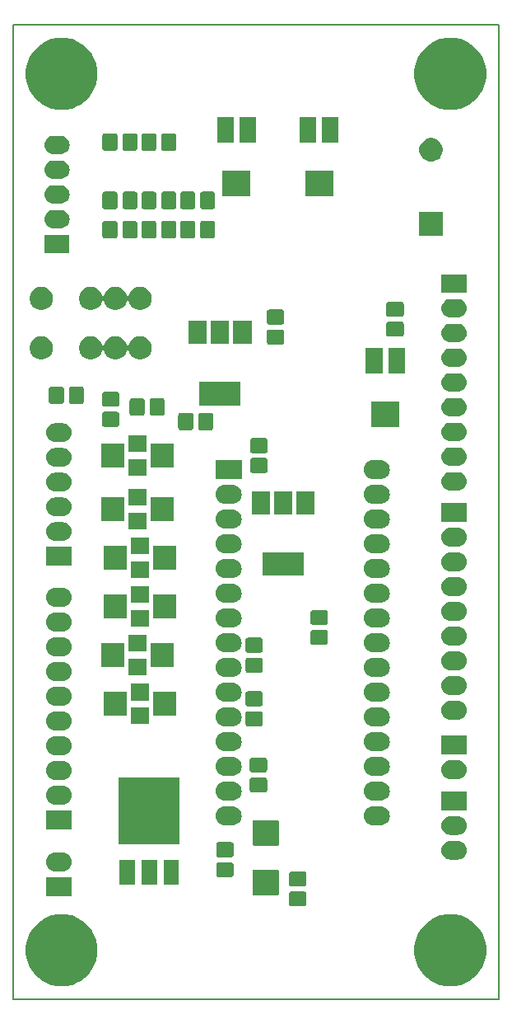
<source format=gts>
G04 #@! TF.GenerationSoftware,KiCad,Pcbnew,(5.1.5)-3*
G04 #@! TF.CreationDate,2020-05-10T11:41:13+02:00*
G04 #@! TF.ProjectId,Mentor,4d656e74-6f72-42e6-9b69-6361645f7063,rev?*
G04 #@! TF.SameCoordinates,Original*
G04 #@! TF.FileFunction,Soldermask,Top*
G04 #@! TF.FilePolarity,Negative*
%FSLAX46Y46*%
G04 Gerber Fmt 4.6, Leading zero omitted, Abs format (unit mm)*
G04 Created by KiCad (PCBNEW (5.1.5)-3) date 2020-05-10 11:41:13*
%MOMM*%
%LPD*%
G04 APERTURE LIST*
%ADD10C,0.150000*%
%ADD11C,0.100000*%
G04 APERTURE END LIST*
D10*
X92000000Y-26000000D02*
X92000000Y-126000000D01*
X42000000Y-126000000D02*
X42000000Y-26000000D01*
X42000000Y-26000000D02*
X92000000Y-26000000D01*
X42000000Y-126000000D02*
X92000000Y-126000000D01*
D11*
G36*
X88079249Y-117442188D02*
G01*
X88752606Y-117721101D01*
X88752607Y-117721102D01*
X89358613Y-118126022D01*
X89873978Y-118641387D01*
X90144537Y-119046308D01*
X90278899Y-119247394D01*
X90557812Y-119920751D01*
X90700000Y-120635580D01*
X90700000Y-121364420D01*
X90557812Y-122079249D01*
X90278899Y-122752606D01*
X90278898Y-122752607D01*
X89873978Y-123358613D01*
X89358613Y-123873978D01*
X88953692Y-124144537D01*
X88752606Y-124278899D01*
X88079249Y-124557812D01*
X87364420Y-124700000D01*
X86635580Y-124700000D01*
X85920751Y-124557812D01*
X85247394Y-124278899D01*
X85046308Y-124144537D01*
X84641387Y-123873978D01*
X84126022Y-123358613D01*
X83721102Y-122752607D01*
X83721101Y-122752606D01*
X83442188Y-122079249D01*
X83300000Y-121364420D01*
X83300000Y-120635580D01*
X83442188Y-119920751D01*
X83721101Y-119247394D01*
X83855463Y-119046308D01*
X84126022Y-118641387D01*
X84641387Y-118126022D01*
X85247393Y-117721102D01*
X85247394Y-117721101D01*
X85920751Y-117442188D01*
X86635580Y-117300000D01*
X87364420Y-117300000D01*
X88079249Y-117442188D01*
G37*
G36*
X48079249Y-117442188D02*
G01*
X48752606Y-117721101D01*
X48752607Y-117721102D01*
X49358613Y-118126022D01*
X49873978Y-118641387D01*
X50144537Y-119046308D01*
X50278899Y-119247394D01*
X50557812Y-119920751D01*
X50700000Y-120635580D01*
X50700000Y-121364420D01*
X50557812Y-122079249D01*
X50278899Y-122752606D01*
X50278898Y-122752607D01*
X49873978Y-123358613D01*
X49358613Y-123873978D01*
X48953692Y-124144537D01*
X48752606Y-124278899D01*
X48079249Y-124557812D01*
X47364420Y-124700000D01*
X46635580Y-124700000D01*
X45920751Y-124557812D01*
X45247394Y-124278899D01*
X45046308Y-124144537D01*
X44641387Y-123873978D01*
X44126022Y-123358613D01*
X43721102Y-122752607D01*
X43721101Y-122752606D01*
X43442188Y-122079249D01*
X43300000Y-121364420D01*
X43300000Y-120635580D01*
X43442188Y-119920751D01*
X43721101Y-119247394D01*
X43855463Y-119046308D01*
X44126022Y-118641387D01*
X44641387Y-118126022D01*
X45247393Y-117721102D01*
X45247394Y-117721101D01*
X45920751Y-117442188D01*
X46635580Y-117300000D01*
X47364420Y-117300000D01*
X48079249Y-117442188D01*
G37*
G36*
X71985529Y-114955710D02*
G01*
X72035378Y-114970831D01*
X72081310Y-114995382D01*
X72121574Y-115028426D01*
X72154618Y-115068690D01*
X72179169Y-115114622D01*
X72194290Y-115164471D01*
X72200000Y-115222444D01*
X72200000Y-116227556D01*
X72194290Y-116285529D01*
X72179169Y-116335378D01*
X72154618Y-116381310D01*
X72121574Y-116421574D01*
X72081310Y-116454618D01*
X72035378Y-116479169D01*
X71985529Y-116494290D01*
X71927556Y-116500000D01*
X70672444Y-116500000D01*
X70614471Y-116494290D01*
X70564622Y-116479169D01*
X70518690Y-116454618D01*
X70478426Y-116421574D01*
X70445382Y-116381310D01*
X70420831Y-116335378D01*
X70405710Y-116285529D01*
X70400000Y-116227556D01*
X70400000Y-115222444D01*
X70405710Y-115164471D01*
X70420831Y-115114622D01*
X70445382Y-115068690D01*
X70478426Y-115028426D01*
X70518690Y-114995382D01*
X70564622Y-114970831D01*
X70614471Y-114955710D01*
X70672444Y-114950000D01*
X71927556Y-114950000D01*
X71985529Y-114955710D01*
G37*
G36*
X48022350Y-115432000D02*
G01*
X45425250Y-115432000D01*
X45425250Y-113508000D01*
X48022350Y-113508000D01*
X48022350Y-115432000D01*
G37*
G36*
X69216137Y-112729382D02*
G01*
X69253020Y-112740571D01*
X69287014Y-112758742D01*
X69316808Y-112783192D01*
X69341258Y-112812986D01*
X69359429Y-112846980D01*
X69370618Y-112883863D01*
X69375000Y-112928360D01*
X69375000Y-115171640D01*
X69370618Y-115216137D01*
X69359429Y-115253020D01*
X69341258Y-115287014D01*
X69316808Y-115316808D01*
X69287014Y-115341258D01*
X69253020Y-115359429D01*
X69216137Y-115370618D01*
X69171640Y-115375000D01*
X66828360Y-115375000D01*
X66783863Y-115370618D01*
X66746980Y-115359429D01*
X66712986Y-115341258D01*
X66683192Y-115316808D01*
X66658742Y-115287014D01*
X66640571Y-115253020D01*
X66629382Y-115216137D01*
X66625000Y-115171640D01*
X66625000Y-112928360D01*
X66629382Y-112883863D01*
X66640571Y-112846980D01*
X66658742Y-112812986D01*
X66683192Y-112783192D01*
X66712986Y-112758742D01*
X66746980Y-112740571D01*
X66783863Y-112729382D01*
X66828360Y-112725000D01*
X69171640Y-112725000D01*
X69216137Y-112729382D01*
G37*
G36*
X71985529Y-112905710D02*
G01*
X72035378Y-112920831D01*
X72081310Y-112945382D01*
X72121574Y-112978426D01*
X72154618Y-113018690D01*
X72179169Y-113064622D01*
X72194290Y-113114471D01*
X72200000Y-113172444D01*
X72200000Y-114177556D01*
X72194290Y-114235529D01*
X72179169Y-114285378D01*
X72154618Y-114331310D01*
X72121574Y-114371574D01*
X72081310Y-114404618D01*
X72035378Y-114429169D01*
X71985529Y-114444290D01*
X71927556Y-114450000D01*
X70672444Y-114450000D01*
X70614471Y-114444290D01*
X70564622Y-114429169D01*
X70518690Y-114404618D01*
X70478426Y-114371574D01*
X70445382Y-114331310D01*
X70420831Y-114285378D01*
X70405710Y-114235529D01*
X70400000Y-114177556D01*
X70400000Y-113172444D01*
X70405710Y-113114471D01*
X70420831Y-113064622D01*
X70445382Y-113018690D01*
X70478426Y-112978426D01*
X70518690Y-112945382D01*
X70564622Y-112920831D01*
X70614471Y-112905710D01*
X70672444Y-112900000D01*
X71927556Y-112900000D01*
X71985529Y-112905710D01*
G37*
G36*
X56800000Y-114300000D02*
G01*
X55200000Y-114300000D01*
X55200000Y-111700000D01*
X56800000Y-111700000D01*
X56800000Y-114300000D01*
G37*
G36*
X59080000Y-114300000D02*
G01*
X57480000Y-114300000D01*
X57480000Y-111700000D01*
X59080000Y-111700000D01*
X59080000Y-114300000D01*
G37*
G36*
X54520000Y-114300000D02*
G01*
X52920000Y-114300000D01*
X52920000Y-111700000D01*
X54520000Y-111700000D01*
X54520000Y-114300000D01*
G37*
G36*
X64485529Y-111955710D02*
G01*
X64535378Y-111970831D01*
X64581310Y-111995382D01*
X64621574Y-112028426D01*
X64654618Y-112068690D01*
X64679169Y-112114622D01*
X64694290Y-112164471D01*
X64700000Y-112222444D01*
X64700000Y-113227556D01*
X64694290Y-113285529D01*
X64679169Y-113335378D01*
X64654618Y-113381310D01*
X64621574Y-113421574D01*
X64581310Y-113454618D01*
X64535378Y-113479169D01*
X64485529Y-113494290D01*
X64427556Y-113500000D01*
X63172444Y-113500000D01*
X63114471Y-113494290D01*
X63064622Y-113479169D01*
X63018690Y-113454618D01*
X62978426Y-113421574D01*
X62945382Y-113381310D01*
X62920831Y-113335378D01*
X62905710Y-113285529D01*
X62900000Y-113227556D01*
X62900000Y-112222444D01*
X62905710Y-112164471D01*
X62920831Y-112114622D01*
X62945382Y-112068690D01*
X62978426Y-112028426D01*
X63018690Y-111995382D01*
X63064622Y-111970831D01*
X63114471Y-111955710D01*
X63172444Y-111950000D01*
X64427556Y-111950000D01*
X64485529Y-111955710D01*
G37*
G36*
X47248933Y-110981919D02*
G01*
X47430275Y-111036929D01*
X47597393Y-111126256D01*
X47743878Y-111246472D01*
X47864094Y-111392957D01*
X47953421Y-111560075D01*
X48008431Y-111741417D01*
X48027004Y-111930000D01*
X48008431Y-112118583D01*
X47953421Y-112299925D01*
X47864094Y-112467043D01*
X47743878Y-112613528D01*
X47597393Y-112733744D01*
X47430275Y-112823071D01*
X47248933Y-112878081D01*
X47107607Y-112892000D01*
X46339993Y-112892000D01*
X46198667Y-112878081D01*
X46017325Y-112823071D01*
X45850207Y-112733744D01*
X45703722Y-112613528D01*
X45583506Y-112467043D01*
X45494179Y-112299925D01*
X45439169Y-112118583D01*
X45420596Y-111930000D01*
X45439169Y-111741417D01*
X45494179Y-111560075D01*
X45583506Y-111392957D01*
X45703722Y-111246472D01*
X45850207Y-111126256D01*
X46017325Y-111036929D01*
X46198667Y-110981919D01*
X46339993Y-110968000D01*
X47107607Y-110968000D01*
X47248933Y-110981919D01*
G37*
G36*
X87901333Y-109791919D02*
G01*
X88082675Y-109846929D01*
X88249793Y-109936256D01*
X88396278Y-110056472D01*
X88516494Y-110202957D01*
X88605821Y-110370075D01*
X88660831Y-110551417D01*
X88679404Y-110740000D01*
X88660831Y-110928583D01*
X88605821Y-111109925D01*
X88516494Y-111277043D01*
X88396278Y-111423528D01*
X88249793Y-111543744D01*
X88082675Y-111633071D01*
X87901333Y-111688081D01*
X87760007Y-111702000D01*
X86992393Y-111702000D01*
X86851067Y-111688081D01*
X86669725Y-111633071D01*
X86502607Y-111543744D01*
X86356122Y-111423528D01*
X86235906Y-111277043D01*
X86146579Y-111109925D01*
X86091569Y-110928583D01*
X86072996Y-110740000D01*
X86091569Y-110551417D01*
X86146579Y-110370075D01*
X86235906Y-110202957D01*
X86356122Y-110056472D01*
X86502607Y-109936256D01*
X86669725Y-109846929D01*
X86851067Y-109791919D01*
X86992393Y-109778000D01*
X87760007Y-109778000D01*
X87901333Y-109791919D01*
G37*
G36*
X64485529Y-109905710D02*
G01*
X64535378Y-109920831D01*
X64581310Y-109945382D01*
X64621574Y-109978426D01*
X64654618Y-110018690D01*
X64679169Y-110064622D01*
X64694290Y-110114471D01*
X64700000Y-110172444D01*
X64700000Y-111177556D01*
X64694290Y-111235529D01*
X64679169Y-111285378D01*
X64654618Y-111331310D01*
X64621574Y-111371574D01*
X64581310Y-111404618D01*
X64535378Y-111429169D01*
X64485529Y-111444290D01*
X64427556Y-111450000D01*
X63172444Y-111450000D01*
X63114471Y-111444290D01*
X63064622Y-111429169D01*
X63018690Y-111404618D01*
X62978426Y-111371574D01*
X62945382Y-111331310D01*
X62920831Y-111285378D01*
X62905710Y-111235529D01*
X62900000Y-111177556D01*
X62900000Y-110172444D01*
X62905710Y-110114471D01*
X62920831Y-110064622D01*
X62945382Y-110018690D01*
X62978426Y-109978426D01*
X63018690Y-109945382D01*
X63064622Y-109920831D01*
X63114471Y-109905710D01*
X63172444Y-109900000D01*
X64427556Y-109900000D01*
X64485529Y-109905710D01*
G37*
G36*
X69216137Y-107629382D02*
G01*
X69253020Y-107640571D01*
X69287014Y-107658742D01*
X69316808Y-107683192D01*
X69341258Y-107712986D01*
X69359429Y-107746980D01*
X69370618Y-107783863D01*
X69375000Y-107828360D01*
X69375000Y-110071640D01*
X69370618Y-110116137D01*
X69359429Y-110153020D01*
X69341258Y-110187014D01*
X69316808Y-110216808D01*
X69287014Y-110241258D01*
X69253020Y-110259429D01*
X69216137Y-110270618D01*
X69171640Y-110275000D01*
X66828360Y-110275000D01*
X66783863Y-110270618D01*
X66746980Y-110259429D01*
X66712986Y-110241258D01*
X66683192Y-110216808D01*
X66658742Y-110187014D01*
X66640571Y-110153020D01*
X66629382Y-110116137D01*
X66625000Y-110071640D01*
X66625000Y-107828360D01*
X66629382Y-107783863D01*
X66640571Y-107746980D01*
X66658742Y-107712986D01*
X66683192Y-107683192D01*
X66712986Y-107658742D01*
X66746980Y-107640571D01*
X66783863Y-107629382D01*
X66828360Y-107625000D01*
X69171640Y-107625000D01*
X69216137Y-107629382D01*
G37*
G36*
X59100000Y-110100000D02*
G01*
X52900000Y-110100000D01*
X52900000Y-103300000D01*
X59100000Y-103300000D01*
X59100000Y-110100000D01*
G37*
G36*
X87901333Y-107251919D02*
G01*
X88082675Y-107306929D01*
X88249793Y-107396256D01*
X88396278Y-107516472D01*
X88516494Y-107662957D01*
X88605821Y-107830075D01*
X88660831Y-108011417D01*
X88679404Y-108200000D01*
X88660831Y-108388583D01*
X88605821Y-108569925D01*
X88516494Y-108737043D01*
X88396278Y-108883528D01*
X88249793Y-109003744D01*
X88082675Y-109093071D01*
X87901333Y-109148081D01*
X87760007Y-109162000D01*
X86992393Y-109162000D01*
X86851067Y-109148081D01*
X86669725Y-109093071D01*
X86502607Y-109003744D01*
X86356122Y-108883528D01*
X86235906Y-108737043D01*
X86146579Y-108569925D01*
X86091569Y-108388583D01*
X86072996Y-108200000D01*
X86091569Y-108011417D01*
X86146579Y-107830075D01*
X86235906Y-107662957D01*
X86356122Y-107516472D01*
X86502607Y-107396256D01*
X86669725Y-107306929D01*
X86851067Y-107251919D01*
X86992393Y-107238000D01*
X87760007Y-107238000D01*
X87901333Y-107251919D01*
G37*
G36*
X48022350Y-108592000D02*
G01*
X45425250Y-108592000D01*
X45425250Y-106668000D01*
X48022350Y-106668000D01*
X48022350Y-108592000D01*
G37*
G36*
X64632457Y-106227362D02*
G01*
X64729164Y-106236887D01*
X64915290Y-106293348D01*
X64915292Y-106293349D01*
X65086823Y-106385034D01*
X65237176Y-106508424D01*
X65360566Y-106658777D01*
X65452251Y-106830308D01*
X65452252Y-106830310D01*
X65508713Y-107016436D01*
X65527777Y-107210000D01*
X65508713Y-107403564D01*
X65452252Y-107589690D01*
X65452251Y-107589692D01*
X65360566Y-107761223D01*
X65237176Y-107911576D01*
X65086823Y-108034966D01*
X64915292Y-108126651D01*
X64915290Y-108126652D01*
X64729164Y-108183113D01*
X64632457Y-108192638D01*
X64584104Y-108197400D01*
X63775896Y-108197400D01*
X63727543Y-108192638D01*
X63630836Y-108183113D01*
X63444710Y-108126652D01*
X63444708Y-108126651D01*
X63273177Y-108034966D01*
X63122824Y-107911576D01*
X62999434Y-107761223D01*
X62907749Y-107589692D01*
X62907748Y-107589690D01*
X62851287Y-107403564D01*
X62832223Y-107210000D01*
X62851287Y-107016436D01*
X62907748Y-106830310D01*
X62907749Y-106830308D01*
X62999434Y-106658777D01*
X63122824Y-106508424D01*
X63273177Y-106385034D01*
X63444708Y-106293349D01*
X63444710Y-106293348D01*
X63630836Y-106236887D01*
X63727543Y-106227362D01*
X63775896Y-106222600D01*
X64584104Y-106222600D01*
X64632457Y-106227362D01*
G37*
G36*
X79872457Y-106227362D02*
G01*
X79969164Y-106236887D01*
X80155290Y-106293348D01*
X80155292Y-106293349D01*
X80326823Y-106385034D01*
X80477176Y-106508424D01*
X80600566Y-106658777D01*
X80692251Y-106830308D01*
X80692252Y-106830310D01*
X80748713Y-107016436D01*
X80767777Y-107210000D01*
X80748713Y-107403564D01*
X80692252Y-107589690D01*
X80692251Y-107589692D01*
X80600566Y-107761223D01*
X80477176Y-107911576D01*
X80326823Y-108034966D01*
X80155292Y-108126651D01*
X80155290Y-108126652D01*
X79969164Y-108183113D01*
X79872457Y-108192638D01*
X79824104Y-108197400D01*
X79015896Y-108197400D01*
X78967543Y-108192638D01*
X78870836Y-108183113D01*
X78684710Y-108126652D01*
X78684708Y-108126651D01*
X78513177Y-108034966D01*
X78362824Y-107911576D01*
X78239434Y-107761223D01*
X78147749Y-107589692D01*
X78147748Y-107589690D01*
X78091287Y-107403564D01*
X78072223Y-107210000D01*
X78091287Y-107016436D01*
X78147748Y-106830310D01*
X78147749Y-106830308D01*
X78239434Y-106658777D01*
X78362824Y-106508424D01*
X78513177Y-106385034D01*
X78684708Y-106293349D01*
X78684710Y-106293348D01*
X78870836Y-106236887D01*
X78967543Y-106227362D01*
X79015896Y-106222600D01*
X79824104Y-106222600D01*
X79872457Y-106227362D01*
G37*
G36*
X88674750Y-106622000D02*
G01*
X86077650Y-106622000D01*
X86077650Y-104698000D01*
X88674750Y-104698000D01*
X88674750Y-106622000D01*
G37*
G36*
X47248933Y-104141919D02*
G01*
X47430275Y-104196929D01*
X47597393Y-104286256D01*
X47743878Y-104406472D01*
X47864094Y-104552957D01*
X47953421Y-104720075D01*
X48008431Y-104901417D01*
X48027004Y-105090000D01*
X48008431Y-105278583D01*
X47953421Y-105459925D01*
X47864094Y-105627043D01*
X47743878Y-105773528D01*
X47597393Y-105893744D01*
X47430275Y-105983071D01*
X47248933Y-106038081D01*
X47107607Y-106052000D01*
X46339993Y-106052000D01*
X46198667Y-106038081D01*
X46017325Y-105983071D01*
X45850207Y-105893744D01*
X45703722Y-105773528D01*
X45583506Y-105627043D01*
X45494179Y-105459925D01*
X45439169Y-105278583D01*
X45420596Y-105090000D01*
X45439169Y-104901417D01*
X45494179Y-104720075D01*
X45583506Y-104552957D01*
X45703722Y-104406472D01*
X45850207Y-104286256D01*
X46017325Y-104196929D01*
X46198667Y-104141919D01*
X46339993Y-104128000D01*
X47107607Y-104128000D01*
X47248933Y-104141919D01*
G37*
G36*
X79872457Y-103687362D02*
G01*
X79969164Y-103696887D01*
X80155290Y-103753348D01*
X80155292Y-103753349D01*
X80326823Y-103845034D01*
X80477176Y-103968424D01*
X80600566Y-104118777D01*
X80612936Y-104141920D01*
X80692252Y-104290310D01*
X80748713Y-104476436D01*
X80767777Y-104670000D01*
X80748713Y-104863564D01*
X80737230Y-104901417D01*
X80692251Y-105049692D01*
X80600566Y-105221223D01*
X80477176Y-105371576D01*
X80326823Y-105494966D01*
X80155292Y-105586651D01*
X80155290Y-105586652D01*
X79969164Y-105643113D01*
X79872457Y-105652638D01*
X79824104Y-105657400D01*
X79015896Y-105657400D01*
X78967543Y-105652638D01*
X78870836Y-105643113D01*
X78684710Y-105586652D01*
X78684708Y-105586651D01*
X78513177Y-105494966D01*
X78362824Y-105371576D01*
X78239434Y-105221223D01*
X78147749Y-105049692D01*
X78102770Y-104901417D01*
X78091287Y-104863564D01*
X78072223Y-104670000D01*
X78091287Y-104476436D01*
X78147748Y-104290310D01*
X78227064Y-104141920D01*
X78239434Y-104118777D01*
X78362824Y-103968424D01*
X78513177Y-103845034D01*
X78684708Y-103753349D01*
X78684710Y-103753348D01*
X78870836Y-103696887D01*
X78967543Y-103687362D01*
X79015896Y-103682600D01*
X79824104Y-103682600D01*
X79872457Y-103687362D01*
G37*
G36*
X64632457Y-103687362D02*
G01*
X64729164Y-103696887D01*
X64915290Y-103753348D01*
X64915292Y-103753349D01*
X65086823Y-103845034D01*
X65237176Y-103968424D01*
X65360566Y-104118777D01*
X65372936Y-104141920D01*
X65452252Y-104290310D01*
X65508713Y-104476436D01*
X65527777Y-104670000D01*
X65508713Y-104863564D01*
X65497230Y-104901417D01*
X65452251Y-105049692D01*
X65360566Y-105221223D01*
X65237176Y-105371576D01*
X65086823Y-105494966D01*
X64915292Y-105586651D01*
X64915290Y-105586652D01*
X64729164Y-105643113D01*
X64632457Y-105652638D01*
X64584104Y-105657400D01*
X63775896Y-105657400D01*
X63727543Y-105652638D01*
X63630836Y-105643113D01*
X63444710Y-105586652D01*
X63444708Y-105586651D01*
X63273177Y-105494966D01*
X63122824Y-105371576D01*
X62999434Y-105221223D01*
X62907749Y-105049692D01*
X62862770Y-104901417D01*
X62851287Y-104863564D01*
X62832223Y-104670000D01*
X62851287Y-104476436D01*
X62907748Y-104290310D01*
X62987064Y-104141920D01*
X62999434Y-104118777D01*
X63122824Y-103968424D01*
X63273177Y-103845034D01*
X63444708Y-103753349D01*
X63444710Y-103753348D01*
X63630836Y-103696887D01*
X63727543Y-103687362D01*
X63775896Y-103682600D01*
X64584104Y-103682600D01*
X64632457Y-103687362D01*
G37*
G36*
X67935529Y-103255710D02*
G01*
X67985378Y-103270831D01*
X68031310Y-103295382D01*
X68071574Y-103328426D01*
X68104618Y-103368690D01*
X68129169Y-103414622D01*
X68144290Y-103464471D01*
X68150000Y-103522444D01*
X68150000Y-104527556D01*
X68144290Y-104585529D01*
X68129169Y-104635378D01*
X68104618Y-104681310D01*
X68071574Y-104721574D01*
X68031310Y-104754618D01*
X67985378Y-104779169D01*
X67935529Y-104794290D01*
X67877556Y-104800000D01*
X66622444Y-104800000D01*
X66564471Y-104794290D01*
X66514622Y-104779169D01*
X66468690Y-104754618D01*
X66428426Y-104721574D01*
X66395382Y-104681310D01*
X66370831Y-104635378D01*
X66355710Y-104585529D01*
X66350000Y-104527556D01*
X66350000Y-103522444D01*
X66355710Y-103464471D01*
X66370831Y-103414622D01*
X66395382Y-103368690D01*
X66428426Y-103328426D01*
X66468690Y-103295382D01*
X66514622Y-103270831D01*
X66564471Y-103255710D01*
X66622444Y-103250000D01*
X67877556Y-103250000D01*
X67935529Y-103255710D01*
G37*
G36*
X47248933Y-101601919D02*
G01*
X47430275Y-101656929D01*
X47597393Y-101746256D01*
X47743878Y-101866472D01*
X47864094Y-102012957D01*
X47953421Y-102180075D01*
X48008431Y-102361417D01*
X48027004Y-102550000D01*
X48008431Y-102738583D01*
X47953421Y-102919925D01*
X47864094Y-103087043D01*
X47743878Y-103233528D01*
X47597393Y-103353744D01*
X47430275Y-103443071D01*
X47248933Y-103498081D01*
X47107607Y-103512000D01*
X46339993Y-103512000D01*
X46198667Y-103498081D01*
X46017325Y-103443071D01*
X45850207Y-103353744D01*
X45703722Y-103233528D01*
X45583506Y-103087043D01*
X45494179Y-102919925D01*
X45439169Y-102738583D01*
X45420596Y-102550000D01*
X45439169Y-102361417D01*
X45494179Y-102180075D01*
X45583506Y-102012957D01*
X45703722Y-101866472D01*
X45850207Y-101746256D01*
X46017325Y-101656929D01*
X46198667Y-101601919D01*
X46339993Y-101588000D01*
X47107607Y-101588000D01*
X47248933Y-101601919D01*
G37*
G36*
X87901333Y-101521919D02*
G01*
X88082675Y-101576929D01*
X88249793Y-101666256D01*
X88396278Y-101786472D01*
X88516494Y-101932957D01*
X88605821Y-102100075D01*
X88660831Y-102281417D01*
X88679404Y-102470000D01*
X88660831Y-102658583D01*
X88605821Y-102839925D01*
X88516494Y-103007043D01*
X88396278Y-103153528D01*
X88249793Y-103273744D01*
X88082675Y-103363071D01*
X87901333Y-103418081D01*
X87760007Y-103432000D01*
X86992393Y-103432000D01*
X86851067Y-103418081D01*
X86669725Y-103363071D01*
X86502607Y-103273744D01*
X86356122Y-103153528D01*
X86235906Y-103007043D01*
X86146579Y-102839925D01*
X86091569Y-102658583D01*
X86072996Y-102470000D01*
X86091569Y-102281417D01*
X86146579Y-102100075D01*
X86235906Y-101932957D01*
X86356122Y-101786472D01*
X86502607Y-101666256D01*
X86669725Y-101576929D01*
X86851067Y-101521919D01*
X86992393Y-101508000D01*
X87760007Y-101508000D01*
X87901333Y-101521919D01*
G37*
G36*
X64632457Y-101147362D02*
G01*
X64729164Y-101156887D01*
X64915290Y-101213348D01*
X64915292Y-101213349D01*
X65086823Y-101305034D01*
X65237176Y-101428424D01*
X65360566Y-101578777D01*
X65372936Y-101601920D01*
X65452252Y-101750310D01*
X65508713Y-101936436D01*
X65527777Y-102130000D01*
X65508713Y-102323564D01*
X65461628Y-102478781D01*
X65452251Y-102509692D01*
X65360566Y-102681223D01*
X65237176Y-102831576D01*
X65086823Y-102954966D01*
X64915292Y-103046651D01*
X64915290Y-103046652D01*
X64729164Y-103103113D01*
X64632457Y-103112638D01*
X64584104Y-103117400D01*
X63775896Y-103117400D01*
X63727543Y-103112638D01*
X63630836Y-103103113D01*
X63444710Y-103046652D01*
X63444708Y-103046651D01*
X63273177Y-102954966D01*
X63122824Y-102831576D01*
X62999434Y-102681223D01*
X62907749Y-102509692D01*
X62898372Y-102478781D01*
X62851287Y-102323564D01*
X62832223Y-102130000D01*
X62851287Y-101936436D01*
X62907748Y-101750310D01*
X62987064Y-101601920D01*
X62999434Y-101578777D01*
X63122824Y-101428424D01*
X63273177Y-101305034D01*
X63444708Y-101213349D01*
X63444710Y-101213348D01*
X63630836Y-101156887D01*
X63727543Y-101147362D01*
X63775896Y-101142600D01*
X64584104Y-101142600D01*
X64632457Y-101147362D01*
G37*
G36*
X79872457Y-101147362D02*
G01*
X79969164Y-101156887D01*
X80155290Y-101213348D01*
X80155292Y-101213349D01*
X80326823Y-101305034D01*
X80477176Y-101428424D01*
X80600566Y-101578777D01*
X80612936Y-101601920D01*
X80692252Y-101750310D01*
X80748713Y-101936436D01*
X80767777Y-102130000D01*
X80748713Y-102323564D01*
X80701628Y-102478781D01*
X80692251Y-102509692D01*
X80600566Y-102681223D01*
X80477176Y-102831576D01*
X80326823Y-102954966D01*
X80155292Y-103046651D01*
X80155290Y-103046652D01*
X79969164Y-103103113D01*
X79872457Y-103112638D01*
X79824104Y-103117400D01*
X79015896Y-103117400D01*
X78967543Y-103112638D01*
X78870836Y-103103113D01*
X78684710Y-103046652D01*
X78684708Y-103046651D01*
X78513177Y-102954966D01*
X78362824Y-102831576D01*
X78239434Y-102681223D01*
X78147749Y-102509692D01*
X78138372Y-102478781D01*
X78091287Y-102323564D01*
X78072223Y-102130000D01*
X78091287Y-101936436D01*
X78147748Y-101750310D01*
X78227064Y-101601920D01*
X78239434Y-101578777D01*
X78362824Y-101428424D01*
X78513177Y-101305034D01*
X78684708Y-101213349D01*
X78684710Y-101213348D01*
X78870836Y-101156887D01*
X78967543Y-101147362D01*
X79015896Y-101142600D01*
X79824104Y-101142600D01*
X79872457Y-101147362D01*
G37*
G36*
X67935529Y-101205710D02*
G01*
X67985378Y-101220831D01*
X68031310Y-101245382D01*
X68071574Y-101278426D01*
X68104618Y-101318690D01*
X68129169Y-101364622D01*
X68144290Y-101414471D01*
X68150000Y-101472444D01*
X68150000Y-102477556D01*
X68144290Y-102535529D01*
X68129169Y-102585378D01*
X68104618Y-102631310D01*
X68071574Y-102671574D01*
X68031310Y-102704618D01*
X67985378Y-102729169D01*
X67935529Y-102744290D01*
X67877556Y-102750000D01*
X66622444Y-102750000D01*
X66564471Y-102744290D01*
X66514622Y-102729169D01*
X66468690Y-102704618D01*
X66428426Y-102671574D01*
X66395382Y-102631310D01*
X66370831Y-102585378D01*
X66355710Y-102535529D01*
X66350000Y-102477556D01*
X66350000Y-101472444D01*
X66355710Y-101414471D01*
X66370831Y-101364622D01*
X66395382Y-101318690D01*
X66428426Y-101278426D01*
X66468690Y-101245382D01*
X66514622Y-101220831D01*
X66564471Y-101205710D01*
X66622444Y-101200000D01*
X67877556Y-101200000D01*
X67935529Y-101205710D01*
G37*
G36*
X47248933Y-99061919D02*
G01*
X47430275Y-99116929D01*
X47597393Y-99206256D01*
X47743878Y-99326472D01*
X47864094Y-99472957D01*
X47953421Y-99640075D01*
X48008431Y-99821417D01*
X48027004Y-100010000D01*
X48008431Y-100198583D01*
X47953421Y-100379925D01*
X47864094Y-100547043D01*
X47743878Y-100693528D01*
X47597393Y-100813744D01*
X47430275Y-100903071D01*
X47248933Y-100958081D01*
X47107607Y-100972000D01*
X46339993Y-100972000D01*
X46198667Y-100958081D01*
X46017325Y-100903071D01*
X45850207Y-100813744D01*
X45703722Y-100693528D01*
X45583506Y-100547043D01*
X45494179Y-100379925D01*
X45439169Y-100198583D01*
X45420596Y-100010000D01*
X45439169Y-99821417D01*
X45494179Y-99640075D01*
X45583506Y-99472957D01*
X45703722Y-99326472D01*
X45850207Y-99206256D01*
X46017325Y-99116929D01*
X46198667Y-99061919D01*
X46339993Y-99048000D01*
X47107607Y-99048000D01*
X47248933Y-99061919D01*
G37*
G36*
X88674750Y-100892000D02*
G01*
X86077650Y-100892000D01*
X86077650Y-98968000D01*
X88674750Y-98968000D01*
X88674750Y-100892000D01*
G37*
G36*
X79872457Y-98607362D02*
G01*
X79969164Y-98616887D01*
X80155290Y-98673348D01*
X80155292Y-98673349D01*
X80326823Y-98765034D01*
X80477176Y-98888424D01*
X80600566Y-99038777D01*
X80612936Y-99061920D01*
X80692252Y-99210310D01*
X80748713Y-99396436D01*
X80767777Y-99590000D01*
X80748713Y-99783564D01*
X80737230Y-99821417D01*
X80692251Y-99969692D01*
X80600566Y-100141223D01*
X80477176Y-100291576D01*
X80326823Y-100414966D01*
X80155292Y-100506651D01*
X80155290Y-100506652D01*
X79969164Y-100563113D01*
X79872457Y-100572638D01*
X79824104Y-100577400D01*
X79015896Y-100577400D01*
X78967543Y-100572638D01*
X78870836Y-100563113D01*
X78684710Y-100506652D01*
X78684708Y-100506651D01*
X78513177Y-100414966D01*
X78362824Y-100291576D01*
X78239434Y-100141223D01*
X78147749Y-99969692D01*
X78102770Y-99821417D01*
X78091287Y-99783564D01*
X78072223Y-99590000D01*
X78091287Y-99396436D01*
X78147748Y-99210310D01*
X78227064Y-99061920D01*
X78239434Y-99038777D01*
X78362824Y-98888424D01*
X78513177Y-98765034D01*
X78684708Y-98673349D01*
X78684710Y-98673348D01*
X78870836Y-98616887D01*
X78967543Y-98607362D01*
X79015896Y-98602600D01*
X79824104Y-98602600D01*
X79872457Y-98607362D01*
G37*
G36*
X64632457Y-98607362D02*
G01*
X64729164Y-98616887D01*
X64915290Y-98673348D01*
X64915292Y-98673349D01*
X65086823Y-98765034D01*
X65237176Y-98888424D01*
X65360566Y-99038777D01*
X65372936Y-99061920D01*
X65452252Y-99210310D01*
X65508713Y-99396436D01*
X65527777Y-99590000D01*
X65508713Y-99783564D01*
X65497230Y-99821417D01*
X65452251Y-99969692D01*
X65360566Y-100141223D01*
X65237176Y-100291576D01*
X65086823Y-100414966D01*
X64915292Y-100506651D01*
X64915290Y-100506652D01*
X64729164Y-100563113D01*
X64632457Y-100572638D01*
X64584104Y-100577400D01*
X63775896Y-100577400D01*
X63727543Y-100572638D01*
X63630836Y-100563113D01*
X63444710Y-100506652D01*
X63444708Y-100506651D01*
X63273177Y-100414966D01*
X63122824Y-100291576D01*
X62999434Y-100141223D01*
X62907749Y-99969692D01*
X62862770Y-99821417D01*
X62851287Y-99783564D01*
X62832223Y-99590000D01*
X62851287Y-99396436D01*
X62907748Y-99210310D01*
X62987064Y-99061920D01*
X62999434Y-99038777D01*
X63122824Y-98888424D01*
X63273177Y-98765034D01*
X63444708Y-98673349D01*
X63444710Y-98673348D01*
X63630836Y-98616887D01*
X63727543Y-98607362D01*
X63775896Y-98602600D01*
X64584104Y-98602600D01*
X64632457Y-98607362D01*
G37*
G36*
X47248933Y-96521919D02*
G01*
X47430275Y-96576929D01*
X47597393Y-96666256D01*
X47743878Y-96786472D01*
X47864094Y-96932957D01*
X47953421Y-97100075D01*
X48008431Y-97281417D01*
X48027004Y-97470000D01*
X48008431Y-97658583D01*
X47953421Y-97839925D01*
X47864094Y-98007043D01*
X47743878Y-98153528D01*
X47597393Y-98273744D01*
X47430275Y-98363071D01*
X47248933Y-98418081D01*
X47107607Y-98432000D01*
X46339993Y-98432000D01*
X46198667Y-98418081D01*
X46017325Y-98363071D01*
X45850207Y-98273744D01*
X45703722Y-98153528D01*
X45583506Y-98007043D01*
X45494179Y-97839925D01*
X45439169Y-97658583D01*
X45420596Y-97470000D01*
X45439169Y-97281417D01*
X45494179Y-97100075D01*
X45583506Y-96932957D01*
X45703722Y-96786472D01*
X45850207Y-96666256D01*
X46017325Y-96576929D01*
X46198667Y-96521919D01*
X46339993Y-96508000D01*
X47107607Y-96508000D01*
X47248933Y-96521919D01*
G37*
G36*
X64632457Y-96067362D02*
G01*
X64729164Y-96076887D01*
X64915290Y-96133348D01*
X64915292Y-96133349D01*
X65086823Y-96225034D01*
X65237176Y-96348424D01*
X65360566Y-96498777D01*
X65422486Y-96614622D01*
X65452252Y-96670310D01*
X65508713Y-96856436D01*
X65527777Y-97050000D01*
X65508713Y-97243564D01*
X65452252Y-97429690D01*
X65452251Y-97429692D01*
X65360566Y-97601223D01*
X65237176Y-97751576D01*
X65086823Y-97874966D01*
X64937804Y-97954618D01*
X64915290Y-97966652D01*
X64729164Y-98023113D01*
X64632457Y-98032638D01*
X64584104Y-98037400D01*
X63775896Y-98037400D01*
X63727543Y-98032638D01*
X63630836Y-98023113D01*
X63444710Y-97966652D01*
X63422196Y-97954618D01*
X63273177Y-97874966D01*
X63122824Y-97751576D01*
X62999434Y-97601223D01*
X62907749Y-97429692D01*
X62907748Y-97429690D01*
X62851287Y-97243564D01*
X62832223Y-97050000D01*
X62851287Y-96856436D01*
X62907748Y-96670310D01*
X62937514Y-96614622D01*
X62999434Y-96498777D01*
X63122824Y-96348424D01*
X63273177Y-96225034D01*
X63444708Y-96133349D01*
X63444710Y-96133348D01*
X63630836Y-96076887D01*
X63727543Y-96067362D01*
X63775896Y-96062600D01*
X64584104Y-96062600D01*
X64632457Y-96067362D01*
G37*
G36*
X79872457Y-96067362D02*
G01*
X79969164Y-96076887D01*
X80155290Y-96133348D01*
X80155292Y-96133349D01*
X80326823Y-96225034D01*
X80477176Y-96348424D01*
X80600566Y-96498777D01*
X80662486Y-96614622D01*
X80692252Y-96670310D01*
X80748713Y-96856436D01*
X80767777Y-97050000D01*
X80748713Y-97243564D01*
X80692252Y-97429690D01*
X80692251Y-97429692D01*
X80600566Y-97601223D01*
X80477176Y-97751576D01*
X80326823Y-97874966D01*
X80177804Y-97954618D01*
X80155290Y-97966652D01*
X79969164Y-98023113D01*
X79872457Y-98032638D01*
X79824104Y-98037400D01*
X79015896Y-98037400D01*
X78967543Y-98032638D01*
X78870836Y-98023113D01*
X78684710Y-97966652D01*
X78662196Y-97954618D01*
X78513177Y-97874966D01*
X78362824Y-97751576D01*
X78239434Y-97601223D01*
X78147749Y-97429692D01*
X78147748Y-97429690D01*
X78091287Y-97243564D01*
X78072223Y-97050000D01*
X78091287Y-96856436D01*
X78147748Y-96670310D01*
X78177514Y-96614622D01*
X78239434Y-96498777D01*
X78362824Y-96348424D01*
X78513177Y-96225034D01*
X78684708Y-96133349D01*
X78684710Y-96133348D01*
X78870836Y-96076887D01*
X78967543Y-96067362D01*
X79015896Y-96062600D01*
X79824104Y-96062600D01*
X79872457Y-96067362D01*
G37*
G36*
X67485529Y-96455710D02*
G01*
X67535378Y-96470831D01*
X67581310Y-96495382D01*
X67621574Y-96528426D01*
X67654618Y-96568690D01*
X67679169Y-96614622D01*
X67694290Y-96664471D01*
X67700000Y-96722444D01*
X67700000Y-97727556D01*
X67694290Y-97785529D01*
X67679169Y-97835378D01*
X67654618Y-97881310D01*
X67621574Y-97921574D01*
X67581310Y-97954618D01*
X67535378Y-97979169D01*
X67485529Y-97994290D01*
X67427556Y-98000000D01*
X66172444Y-98000000D01*
X66114471Y-97994290D01*
X66064622Y-97979169D01*
X66018690Y-97954618D01*
X65978426Y-97921574D01*
X65945382Y-97881310D01*
X65920831Y-97835378D01*
X65905710Y-97785529D01*
X65900000Y-97727556D01*
X65900000Y-96722444D01*
X65905710Y-96664471D01*
X65920831Y-96614622D01*
X65945382Y-96568690D01*
X65978426Y-96528426D01*
X66018690Y-96495382D01*
X66064622Y-96470831D01*
X66114471Y-96455710D01*
X66172444Y-96450000D01*
X67427556Y-96450000D01*
X67485529Y-96455710D01*
G37*
G36*
X56000000Y-97750000D02*
G01*
X54100000Y-97750000D01*
X54100000Y-96050000D01*
X56000000Y-96050000D01*
X56000000Y-97750000D01*
G37*
G36*
X87901333Y-95411919D02*
G01*
X88082675Y-95466929D01*
X88249793Y-95556256D01*
X88396278Y-95676472D01*
X88516494Y-95822957D01*
X88605821Y-95990075D01*
X88660831Y-96171417D01*
X88679404Y-96360000D01*
X88660831Y-96548583D01*
X88605821Y-96729925D01*
X88516494Y-96897043D01*
X88396278Y-97043528D01*
X88249793Y-97163744D01*
X88082675Y-97253071D01*
X87901333Y-97308081D01*
X87760007Y-97322000D01*
X86992393Y-97322000D01*
X86851067Y-97308081D01*
X86669725Y-97253071D01*
X86502607Y-97163744D01*
X86356122Y-97043528D01*
X86235906Y-96897043D01*
X86146579Y-96729925D01*
X86091569Y-96548583D01*
X86072996Y-96360000D01*
X86091569Y-96171417D01*
X86146579Y-95990075D01*
X86235906Y-95822957D01*
X86356122Y-95676472D01*
X86502607Y-95556256D01*
X86669725Y-95466929D01*
X86851067Y-95411919D01*
X86992393Y-95398000D01*
X87760007Y-95398000D01*
X87901333Y-95411919D01*
G37*
G36*
X53710000Y-96900000D02*
G01*
X51310000Y-96900000D01*
X51310000Y-94500000D01*
X53710000Y-94500000D01*
X53710000Y-96900000D01*
G37*
G36*
X58790000Y-96900000D02*
G01*
X56390000Y-96900000D01*
X56390000Y-94500000D01*
X58790000Y-94500000D01*
X58790000Y-96900000D01*
G37*
G36*
X67485529Y-94405710D02*
G01*
X67535378Y-94420831D01*
X67581310Y-94445382D01*
X67621574Y-94478426D01*
X67654618Y-94518690D01*
X67679169Y-94564622D01*
X67694290Y-94614471D01*
X67700000Y-94672444D01*
X67700000Y-95677556D01*
X67694290Y-95735529D01*
X67679169Y-95785378D01*
X67654618Y-95831310D01*
X67621574Y-95871574D01*
X67581310Y-95904618D01*
X67535378Y-95929169D01*
X67485529Y-95944290D01*
X67427556Y-95950000D01*
X66172444Y-95950000D01*
X66114471Y-95944290D01*
X66064622Y-95929169D01*
X66018690Y-95904618D01*
X65978426Y-95871574D01*
X65945382Y-95831310D01*
X65920831Y-95785378D01*
X65905710Y-95735529D01*
X65900000Y-95677556D01*
X65900000Y-94672444D01*
X65905710Y-94614471D01*
X65920831Y-94564622D01*
X65945382Y-94518690D01*
X65978426Y-94478426D01*
X66018690Y-94445382D01*
X66064622Y-94420831D01*
X66114471Y-94405710D01*
X66172444Y-94400000D01*
X67427556Y-94400000D01*
X67485529Y-94405710D01*
G37*
G36*
X47248933Y-93981919D02*
G01*
X47430275Y-94036929D01*
X47597393Y-94126256D01*
X47743878Y-94246472D01*
X47864094Y-94392957D01*
X47953421Y-94560075D01*
X48008431Y-94741417D01*
X48027004Y-94930000D01*
X48008431Y-95118583D01*
X47953421Y-95299925D01*
X47864094Y-95467043D01*
X47743878Y-95613528D01*
X47597393Y-95733744D01*
X47430275Y-95823071D01*
X47248933Y-95878081D01*
X47107607Y-95892000D01*
X46339993Y-95892000D01*
X46198667Y-95878081D01*
X46017325Y-95823071D01*
X45850207Y-95733744D01*
X45703722Y-95613528D01*
X45583506Y-95467043D01*
X45494179Y-95299925D01*
X45439169Y-95118583D01*
X45420596Y-94930000D01*
X45439169Y-94741417D01*
X45494179Y-94560075D01*
X45583506Y-94392957D01*
X45703722Y-94246472D01*
X45850207Y-94126256D01*
X46017325Y-94036929D01*
X46198667Y-93981919D01*
X46339993Y-93968000D01*
X47107607Y-93968000D01*
X47248933Y-93981919D01*
G37*
G36*
X64632457Y-93527362D02*
G01*
X64729164Y-93536887D01*
X64915290Y-93593348D01*
X64915292Y-93593349D01*
X65086823Y-93685034D01*
X65237176Y-93808424D01*
X65360566Y-93958777D01*
X65387189Y-94008585D01*
X65452252Y-94130310D01*
X65508713Y-94316436D01*
X65527777Y-94510000D01*
X65508713Y-94703564D01*
X65452252Y-94889690D01*
X65452251Y-94889692D01*
X65360566Y-95061223D01*
X65237176Y-95211576D01*
X65086823Y-95334966D01*
X64942852Y-95411920D01*
X64915290Y-95426652D01*
X64729164Y-95483113D01*
X64632457Y-95492638D01*
X64584104Y-95497400D01*
X63775896Y-95497400D01*
X63727543Y-95492638D01*
X63630836Y-95483113D01*
X63444710Y-95426652D01*
X63417148Y-95411920D01*
X63273177Y-95334966D01*
X63122824Y-95211576D01*
X62999434Y-95061223D01*
X62907749Y-94889692D01*
X62907748Y-94889690D01*
X62851287Y-94703564D01*
X62832223Y-94510000D01*
X62851287Y-94316436D01*
X62907748Y-94130310D01*
X62972811Y-94008585D01*
X62999434Y-93958777D01*
X63122824Y-93808424D01*
X63273177Y-93685034D01*
X63444708Y-93593349D01*
X63444710Y-93593348D01*
X63630836Y-93536887D01*
X63727543Y-93527362D01*
X63775896Y-93522600D01*
X64584104Y-93522600D01*
X64632457Y-93527362D01*
G37*
G36*
X79872457Y-93527362D02*
G01*
X79969164Y-93536887D01*
X80155290Y-93593348D01*
X80155292Y-93593349D01*
X80326823Y-93685034D01*
X80477176Y-93808424D01*
X80600566Y-93958777D01*
X80627189Y-94008585D01*
X80692252Y-94130310D01*
X80748713Y-94316436D01*
X80767777Y-94510000D01*
X80748713Y-94703564D01*
X80692252Y-94889690D01*
X80692251Y-94889692D01*
X80600566Y-95061223D01*
X80477176Y-95211576D01*
X80326823Y-95334966D01*
X80182852Y-95411920D01*
X80155290Y-95426652D01*
X79969164Y-95483113D01*
X79872457Y-95492638D01*
X79824104Y-95497400D01*
X79015896Y-95497400D01*
X78967543Y-95492638D01*
X78870836Y-95483113D01*
X78684710Y-95426652D01*
X78657148Y-95411920D01*
X78513177Y-95334966D01*
X78362824Y-95211576D01*
X78239434Y-95061223D01*
X78147749Y-94889692D01*
X78147748Y-94889690D01*
X78091287Y-94703564D01*
X78072223Y-94510000D01*
X78091287Y-94316436D01*
X78147748Y-94130310D01*
X78212811Y-94008585D01*
X78239434Y-93958777D01*
X78362824Y-93808424D01*
X78513177Y-93685034D01*
X78684708Y-93593349D01*
X78684710Y-93593348D01*
X78870836Y-93536887D01*
X78967543Y-93527362D01*
X79015896Y-93522600D01*
X79824104Y-93522600D01*
X79872457Y-93527362D01*
G37*
G36*
X56000000Y-95350000D02*
G01*
X54100000Y-95350000D01*
X54100000Y-93650000D01*
X56000000Y-93650000D01*
X56000000Y-95350000D01*
G37*
G36*
X87901333Y-92871919D02*
G01*
X88082675Y-92926929D01*
X88249793Y-93016256D01*
X88396278Y-93136472D01*
X88516494Y-93282957D01*
X88605821Y-93450075D01*
X88660831Y-93631417D01*
X88679404Y-93820000D01*
X88660831Y-94008583D01*
X88605821Y-94189925D01*
X88516494Y-94357043D01*
X88396278Y-94503528D01*
X88249793Y-94623744D01*
X88082675Y-94713071D01*
X87901333Y-94768081D01*
X87760007Y-94782000D01*
X86992393Y-94782000D01*
X86851067Y-94768081D01*
X86669725Y-94713071D01*
X86502607Y-94623744D01*
X86356122Y-94503528D01*
X86235906Y-94357043D01*
X86146579Y-94189925D01*
X86091569Y-94008583D01*
X86072996Y-93820000D01*
X86091569Y-93631417D01*
X86146579Y-93450075D01*
X86235906Y-93282957D01*
X86356122Y-93136472D01*
X86502607Y-93016256D01*
X86669725Y-92926929D01*
X86851067Y-92871919D01*
X86992393Y-92858000D01*
X87760007Y-92858000D01*
X87901333Y-92871919D01*
G37*
G36*
X47248933Y-91441919D02*
G01*
X47430275Y-91496929D01*
X47597393Y-91586256D01*
X47743878Y-91706472D01*
X47864094Y-91852957D01*
X47953421Y-92020075D01*
X48008431Y-92201417D01*
X48027004Y-92390000D01*
X48008431Y-92578583D01*
X47953421Y-92759925D01*
X47864094Y-92927043D01*
X47743878Y-93073528D01*
X47597393Y-93193744D01*
X47430275Y-93283071D01*
X47248933Y-93338081D01*
X47107607Y-93352000D01*
X46339993Y-93352000D01*
X46198667Y-93338081D01*
X46017325Y-93283071D01*
X45850207Y-93193744D01*
X45703722Y-93073528D01*
X45583506Y-92927043D01*
X45494179Y-92759925D01*
X45439169Y-92578583D01*
X45420596Y-92390000D01*
X45439169Y-92201417D01*
X45494179Y-92020075D01*
X45583506Y-91852957D01*
X45703722Y-91706472D01*
X45850207Y-91586256D01*
X46017325Y-91496929D01*
X46198667Y-91441919D01*
X46339993Y-91428000D01*
X47107607Y-91428000D01*
X47248933Y-91441919D01*
G37*
G36*
X64632457Y-90987362D02*
G01*
X64729164Y-90996887D01*
X64915290Y-91053348D01*
X64915292Y-91053349D01*
X65086823Y-91145034D01*
X65237176Y-91268424D01*
X65360566Y-91418777D01*
X65387189Y-91468585D01*
X65452252Y-91590310D01*
X65508713Y-91776436D01*
X65527777Y-91970000D01*
X65508713Y-92163564D01*
X65452252Y-92349690D01*
X65452251Y-92349692D01*
X65360566Y-92521223D01*
X65237176Y-92671576D01*
X65086823Y-92794966D01*
X64942852Y-92871920D01*
X64915290Y-92886652D01*
X64729164Y-92943113D01*
X64632457Y-92952638D01*
X64584104Y-92957400D01*
X63775896Y-92957400D01*
X63727543Y-92952638D01*
X63630836Y-92943113D01*
X63444710Y-92886652D01*
X63417148Y-92871920D01*
X63273177Y-92794966D01*
X63122824Y-92671576D01*
X62999434Y-92521223D01*
X62907749Y-92349692D01*
X62907748Y-92349690D01*
X62851287Y-92163564D01*
X62832223Y-91970000D01*
X62851287Y-91776436D01*
X62907748Y-91590310D01*
X62972811Y-91468585D01*
X62999434Y-91418777D01*
X63122824Y-91268424D01*
X63273177Y-91145034D01*
X63444708Y-91053349D01*
X63444710Y-91053348D01*
X63630836Y-90996887D01*
X63727543Y-90987362D01*
X63775896Y-90982600D01*
X64584104Y-90982600D01*
X64632457Y-90987362D01*
G37*
G36*
X79872457Y-90987362D02*
G01*
X79969164Y-90996887D01*
X80155290Y-91053348D01*
X80155292Y-91053349D01*
X80326823Y-91145034D01*
X80477176Y-91268424D01*
X80600566Y-91418777D01*
X80627189Y-91468585D01*
X80692252Y-91590310D01*
X80748713Y-91776436D01*
X80767777Y-91970000D01*
X80748713Y-92163564D01*
X80692252Y-92349690D01*
X80692251Y-92349692D01*
X80600566Y-92521223D01*
X80477176Y-92671576D01*
X80326823Y-92794966D01*
X80182852Y-92871920D01*
X80155290Y-92886652D01*
X79969164Y-92943113D01*
X79872457Y-92952638D01*
X79824104Y-92957400D01*
X79015896Y-92957400D01*
X78967543Y-92952638D01*
X78870836Y-92943113D01*
X78684710Y-92886652D01*
X78657148Y-92871920D01*
X78513177Y-92794966D01*
X78362824Y-92671576D01*
X78239434Y-92521223D01*
X78147749Y-92349692D01*
X78147748Y-92349690D01*
X78091287Y-92163564D01*
X78072223Y-91970000D01*
X78091287Y-91776436D01*
X78147748Y-91590310D01*
X78212811Y-91468585D01*
X78239434Y-91418777D01*
X78362824Y-91268424D01*
X78513177Y-91145034D01*
X78684708Y-91053349D01*
X78684710Y-91053348D01*
X78870836Y-90996887D01*
X78967543Y-90987362D01*
X79015896Y-90982600D01*
X79824104Y-90982600D01*
X79872457Y-90987362D01*
G37*
G36*
X55750000Y-92750000D02*
G01*
X53850000Y-92750000D01*
X53850000Y-91050000D01*
X55750000Y-91050000D01*
X55750000Y-92750000D01*
G37*
G36*
X67485529Y-90955710D02*
G01*
X67535378Y-90970831D01*
X67581310Y-90995382D01*
X67621574Y-91028426D01*
X67654618Y-91068690D01*
X67679169Y-91114622D01*
X67694290Y-91164471D01*
X67700000Y-91222444D01*
X67700000Y-92227556D01*
X67694290Y-92285529D01*
X67679169Y-92335378D01*
X67654618Y-92381310D01*
X67621574Y-92421574D01*
X67581310Y-92454618D01*
X67535378Y-92479169D01*
X67485529Y-92494290D01*
X67427556Y-92500000D01*
X66172444Y-92500000D01*
X66114471Y-92494290D01*
X66064622Y-92479169D01*
X66018690Y-92454618D01*
X65978426Y-92421574D01*
X65945382Y-92381310D01*
X65920831Y-92335378D01*
X65905710Y-92285529D01*
X65900000Y-92227556D01*
X65900000Y-91222444D01*
X65905710Y-91164471D01*
X65920831Y-91114622D01*
X65945382Y-91068690D01*
X65978426Y-91028426D01*
X66018690Y-90995382D01*
X66064622Y-90970831D01*
X66114471Y-90955710D01*
X66172444Y-90950000D01*
X67427556Y-90950000D01*
X67485529Y-90955710D01*
G37*
G36*
X87901333Y-90331919D02*
G01*
X88082675Y-90386929D01*
X88249793Y-90476256D01*
X88396278Y-90596472D01*
X88516494Y-90742957D01*
X88605821Y-90910075D01*
X88660831Y-91091417D01*
X88679404Y-91280000D01*
X88660831Y-91468583D01*
X88605821Y-91649925D01*
X88516494Y-91817043D01*
X88396278Y-91963528D01*
X88249793Y-92083744D01*
X88082675Y-92173071D01*
X87901333Y-92228081D01*
X87760007Y-92242000D01*
X86992393Y-92242000D01*
X86851067Y-92228081D01*
X86669725Y-92173071D01*
X86502607Y-92083744D01*
X86356122Y-91963528D01*
X86235906Y-91817043D01*
X86146579Y-91649925D01*
X86091569Y-91468583D01*
X86072996Y-91280000D01*
X86091569Y-91091417D01*
X86146579Y-90910075D01*
X86235906Y-90742957D01*
X86356122Y-90596472D01*
X86502607Y-90476256D01*
X86669725Y-90386929D01*
X86851067Y-90331919D01*
X86992393Y-90318000D01*
X87760007Y-90318000D01*
X87901333Y-90331919D01*
G37*
G36*
X53460000Y-91900000D02*
G01*
X51060000Y-91900000D01*
X51060000Y-89500000D01*
X53460000Y-89500000D01*
X53460000Y-91900000D01*
G37*
G36*
X58540000Y-91900000D02*
G01*
X56140000Y-91900000D01*
X56140000Y-89500000D01*
X58540000Y-89500000D01*
X58540000Y-91900000D01*
G37*
G36*
X47248933Y-88901919D02*
G01*
X47430275Y-88956929D01*
X47597393Y-89046256D01*
X47743878Y-89166472D01*
X47864094Y-89312957D01*
X47953421Y-89480075D01*
X48008431Y-89661417D01*
X48027004Y-89850000D01*
X48008431Y-90038583D01*
X47953421Y-90219925D01*
X47864094Y-90387043D01*
X47743878Y-90533528D01*
X47597393Y-90653744D01*
X47430275Y-90743071D01*
X47248933Y-90798081D01*
X47107607Y-90812000D01*
X46339993Y-90812000D01*
X46198667Y-90798081D01*
X46017325Y-90743071D01*
X45850207Y-90653744D01*
X45703722Y-90533528D01*
X45583506Y-90387043D01*
X45494179Y-90219925D01*
X45439169Y-90038583D01*
X45420596Y-89850000D01*
X45439169Y-89661417D01*
X45494179Y-89480075D01*
X45583506Y-89312957D01*
X45703722Y-89166472D01*
X45850207Y-89046256D01*
X46017325Y-88956929D01*
X46198667Y-88901919D01*
X46339993Y-88888000D01*
X47107607Y-88888000D01*
X47248933Y-88901919D01*
G37*
G36*
X67485529Y-88905710D02*
G01*
X67535378Y-88920831D01*
X67581310Y-88945382D01*
X67621574Y-88978426D01*
X67654618Y-89018690D01*
X67679169Y-89064622D01*
X67694290Y-89114471D01*
X67700000Y-89172444D01*
X67700000Y-90177556D01*
X67694290Y-90235529D01*
X67679169Y-90285378D01*
X67654618Y-90331310D01*
X67621574Y-90371574D01*
X67581310Y-90404618D01*
X67535378Y-90429169D01*
X67485529Y-90444290D01*
X67427556Y-90450000D01*
X66172444Y-90450000D01*
X66114471Y-90444290D01*
X66064622Y-90429169D01*
X66018690Y-90404618D01*
X65978426Y-90371574D01*
X65945382Y-90331310D01*
X65920831Y-90285378D01*
X65905710Y-90235529D01*
X65900000Y-90177556D01*
X65900000Y-89172444D01*
X65905710Y-89114471D01*
X65920831Y-89064622D01*
X65945382Y-89018690D01*
X65978426Y-88978426D01*
X66018690Y-88945382D01*
X66064622Y-88920831D01*
X66114471Y-88905710D01*
X66172444Y-88900000D01*
X67427556Y-88900000D01*
X67485529Y-88905710D01*
G37*
G36*
X79872457Y-88447362D02*
G01*
X79969164Y-88456887D01*
X80155290Y-88513348D01*
X80155292Y-88513349D01*
X80326823Y-88605034D01*
X80477176Y-88728424D01*
X80600566Y-88878777D01*
X80627189Y-88928585D01*
X80692252Y-89050310D01*
X80748713Y-89236436D01*
X80767777Y-89430000D01*
X80748713Y-89623564D01*
X80692252Y-89809690D01*
X80692251Y-89809692D01*
X80600566Y-89981223D01*
X80477176Y-90131576D01*
X80326823Y-90254966D01*
X80182852Y-90331920D01*
X80155290Y-90346652D01*
X79969164Y-90403113D01*
X79872457Y-90412638D01*
X79824104Y-90417400D01*
X79015896Y-90417400D01*
X78967543Y-90412638D01*
X78870836Y-90403113D01*
X78684710Y-90346652D01*
X78657148Y-90331920D01*
X78513177Y-90254966D01*
X78362824Y-90131576D01*
X78239434Y-89981223D01*
X78147749Y-89809692D01*
X78147748Y-89809690D01*
X78091287Y-89623564D01*
X78072223Y-89430000D01*
X78091287Y-89236436D01*
X78147748Y-89050310D01*
X78212811Y-88928585D01*
X78239434Y-88878777D01*
X78362824Y-88728424D01*
X78513177Y-88605034D01*
X78684708Y-88513349D01*
X78684710Y-88513348D01*
X78870836Y-88456887D01*
X78967543Y-88447362D01*
X79015896Y-88442600D01*
X79824104Y-88442600D01*
X79872457Y-88447362D01*
G37*
G36*
X64632457Y-88447362D02*
G01*
X64729164Y-88456887D01*
X64915290Y-88513348D01*
X64915292Y-88513349D01*
X65086823Y-88605034D01*
X65237176Y-88728424D01*
X65360566Y-88878777D01*
X65387189Y-88928585D01*
X65452252Y-89050310D01*
X65508713Y-89236436D01*
X65527777Y-89430000D01*
X65508713Y-89623564D01*
X65452252Y-89809690D01*
X65452251Y-89809692D01*
X65360566Y-89981223D01*
X65237176Y-90131576D01*
X65086823Y-90254966D01*
X64942852Y-90331920D01*
X64915290Y-90346652D01*
X64729164Y-90403113D01*
X64632457Y-90412638D01*
X64584104Y-90417400D01*
X63775896Y-90417400D01*
X63727543Y-90412638D01*
X63630836Y-90403113D01*
X63444710Y-90346652D01*
X63417148Y-90331920D01*
X63273177Y-90254966D01*
X63122824Y-90131576D01*
X62999434Y-89981223D01*
X62907749Y-89809692D01*
X62907748Y-89809690D01*
X62851287Y-89623564D01*
X62832223Y-89430000D01*
X62851287Y-89236436D01*
X62907748Y-89050310D01*
X62972811Y-88928585D01*
X62999434Y-88878777D01*
X63122824Y-88728424D01*
X63273177Y-88605034D01*
X63444708Y-88513349D01*
X63444710Y-88513348D01*
X63630836Y-88456887D01*
X63727543Y-88447362D01*
X63775896Y-88442600D01*
X64584104Y-88442600D01*
X64632457Y-88447362D01*
G37*
G36*
X55750000Y-90350000D02*
G01*
X53850000Y-90350000D01*
X53850000Y-88650000D01*
X55750000Y-88650000D01*
X55750000Y-90350000D01*
G37*
G36*
X87901333Y-87791919D02*
G01*
X88082675Y-87846929D01*
X88249793Y-87936256D01*
X88396278Y-88056472D01*
X88516494Y-88202957D01*
X88605821Y-88370075D01*
X88660831Y-88551417D01*
X88679404Y-88740000D01*
X88660831Y-88928583D01*
X88605821Y-89109925D01*
X88516494Y-89277043D01*
X88396278Y-89423528D01*
X88249793Y-89543744D01*
X88082675Y-89633071D01*
X87901333Y-89688081D01*
X87760007Y-89702000D01*
X86992393Y-89702000D01*
X86851067Y-89688081D01*
X86669725Y-89633071D01*
X86502607Y-89543744D01*
X86356122Y-89423528D01*
X86235906Y-89277043D01*
X86146579Y-89109925D01*
X86091569Y-88928583D01*
X86072996Y-88740000D01*
X86091569Y-88551417D01*
X86146579Y-88370075D01*
X86235906Y-88202957D01*
X86356122Y-88056472D01*
X86502607Y-87936256D01*
X86669725Y-87846929D01*
X86851067Y-87791919D01*
X86992393Y-87778000D01*
X87760007Y-87778000D01*
X87901333Y-87791919D01*
G37*
G36*
X74185529Y-88105710D02*
G01*
X74235378Y-88120831D01*
X74281310Y-88145382D01*
X74321574Y-88178426D01*
X74354618Y-88218690D01*
X74379169Y-88264622D01*
X74394290Y-88314471D01*
X74400000Y-88372444D01*
X74400000Y-89377556D01*
X74394290Y-89435529D01*
X74379169Y-89485378D01*
X74354618Y-89531310D01*
X74321574Y-89571574D01*
X74281310Y-89604618D01*
X74235378Y-89629169D01*
X74185529Y-89644290D01*
X74127556Y-89650000D01*
X72872444Y-89650000D01*
X72814471Y-89644290D01*
X72764622Y-89629169D01*
X72718690Y-89604618D01*
X72678426Y-89571574D01*
X72645382Y-89531310D01*
X72620831Y-89485378D01*
X72605710Y-89435529D01*
X72600000Y-89377556D01*
X72600000Y-88372444D01*
X72605710Y-88314471D01*
X72620831Y-88264622D01*
X72645382Y-88218690D01*
X72678426Y-88178426D01*
X72718690Y-88145382D01*
X72764622Y-88120831D01*
X72814471Y-88105710D01*
X72872444Y-88100000D01*
X74127556Y-88100000D01*
X74185529Y-88105710D01*
G37*
G36*
X47248933Y-86361919D02*
G01*
X47430275Y-86416929D01*
X47597393Y-86506256D01*
X47743878Y-86626472D01*
X47864094Y-86772957D01*
X47953421Y-86940075D01*
X48008431Y-87121417D01*
X48027004Y-87310000D01*
X48008431Y-87498583D01*
X47953421Y-87679925D01*
X47864094Y-87847043D01*
X47743878Y-87993528D01*
X47597393Y-88113744D01*
X47430275Y-88203071D01*
X47248933Y-88258081D01*
X47107607Y-88272000D01*
X46339993Y-88272000D01*
X46198667Y-88258081D01*
X46017325Y-88203071D01*
X45850207Y-88113744D01*
X45703722Y-87993528D01*
X45583506Y-87847043D01*
X45494179Y-87679925D01*
X45439169Y-87498583D01*
X45420596Y-87310000D01*
X45439169Y-87121417D01*
X45494179Y-86940075D01*
X45583506Y-86772957D01*
X45703722Y-86626472D01*
X45850207Y-86506256D01*
X46017325Y-86416929D01*
X46198667Y-86361919D01*
X46339993Y-86348000D01*
X47107607Y-86348000D01*
X47248933Y-86361919D01*
G37*
G36*
X79872457Y-85907362D02*
G01*
X79969164Y-85916887D01*
X80155290Y-85973348D01*
X80155292Y-85973349D01*
X80326823Y-86065034D01*
X80477176Y-86188424D01*
X80600566Y-86338777D01*
X80627189Y-86388585D01*
X80692252Y-86510310D01*
X80748713Y-86696436D01*
X80767777Y-86890000D01*
X80748713Y-87083564D01*
X80694268Y-87263044D01*
X80692251Y-87269692D01*
X80600566Y-87441223D01*
X80477176Y-87591576D01*
X80326823Y-87714966D01*
X80182852Y-87791920D01*
X80155290Y-87806652D01*
X79969164Y-87863113D01*
X79872457Y-87872638D01*
X79824104Y-87877400D01*
X79015896Y-87877400D01*
X78967543Y-87872638D01*
X78870836Y-87863113D01*
X78684710Y-87806652D01*
X78657148Y-87791920D01*
X78513177Y-87714966D01*
X78362824Y-87591576D01*
X78239434Y-87441223D01*
X78147749Y-87269692D01*
X78145732Y-87263044D01*
X78091287Y-87083564D01*
X78072223Y-86890000D01*
X78091287Y-86696436D01*
X78147748Y-86510310D01*
X78212811Y-86388585D01*
X78239434Y-86338777D01*
X78362824Y-86188424D01*
X78513177Y-86065034D01*
X78684708Y-85973349D01*
X78684710Y-85973348D01*
X78870836Y-85916887D01*
X78967543Y-85907362D01*
X79015896Y-85902600D01*
X79824104Y-85902600D01*
X79872457Y-85907362D01*
G37*
G36*
X64632457Y-85907362D02*
G01*
X64729164Y-85916887D01*
X64915290Y-85973348D01*
X64915292Y-85973349D01*
X65086823Y-86065034D01*
X65237176Y-86188424D01*
X65360566Y-86338777D01*
X65387189Y-86388585D01*
X65452252Y-86510310D01*
X65508713Y-86696436D01*
X65527777Y-86890000D01*
X65508713Y-87083564D01*
X65454268Y-87263044D01*
X65452251Y-87269692D01*
X65360566Y-87441223D01*
X65237176Y-87591576D01*
X65086823Y-87714966D01*
X64942852Y-87791920D01*
X64915290Y-87806652D01*
X64729164Y-87863113D01*
X64632457Y-87872638D01*
X64584104Y-87877400D01*
X63775896Y-87877400D01*
X63727543Y-87872638D01*
X63630836Y-87863113D01*
X63444710Y-87806652D01*
X63417148Y-87791920D01*
X63273177Y-87714966D01*
X63122824Y-87591576D01*
X62999434Y-87441223D01*
X62907749Y-87269692D01*
X62905732Y-87263044D01*
X62851287Y-87083564D01*
X62832223Y-86890000D01*
X62851287Y-86696436D01*
X62907748Y-86510310D01*
X62972811Y-86388585D01*
X62999434Y-86338777D01*
X63122824Y-86188424D01*
X63273177Y-86065034D01*
X63444708Y-85973349D01*
X63444710Y-85973348D01*
X63630836Y-85916887D01*
X63727543Y-85907362D01*
X63775896Y-85902600D01*
X64584104Y-85902600D01*
X64632457Y-85907362D01*
G37*
G36*
X56000000Y-87750000D02*
G01*
X54100000Y-87750000D01*
X54100000Y-86050000D01*
X56000000Y-86050000D01*
X56000000Y-87750000D01*
G37*
G36*
X74185529Y-86055710D02*
G01*
X74235378Y-86070831D01*
X74281310Y-86095382D01*
X74321574Y-86128426D01*
X74354618Y-86168690D01*
X74379169Y-86214622D01*
X74394290Y-86264471D01*
X74400000Y-86322444D01*
X74400000Y-87327556D01*
X74394290Y-87385529D01*
X74379169Y-87435378D01*
X74354618Y-87481310D01*
X74321574Y-87521574D01*
X74281310Y-87554618D01*
X74235378Y-87579169D01*
X74185529Y-87594290D01*
X74127556Y-87600000D01*
X72872444Y-87600000D01*
X72814471Y-87594290D01*
X72764622Y-87579169D01*
X72718690Y-87554618D01*
X72678426Y-87521574D01*
X72645382Y-87481310D01*
X72620831Y-87435378D01*
X72605710Y-87385529D01*
X72600000Y-87327556D01*
X72600000Y-86322444D01*
X72605710Y-86264471D01*
X72620831Y-86214622D01*
X72645382Y-86168690D01*
X72678426Y-86128426D01*
X72718690Y-86095382D01*
X72764622Y-86070831D01*
X72814471Y-86055710D01*
X72872444Y-86050000D01*
X74127556Y-86050000D01*
X74185529Y-86055710D01*
G37*
G36*
X87901333Y-85251919D02*
G01*
X88082675Y-85306929D01*
X88249793Y-85396256D01*
X88396278Y-85516472D01*
X88516494Y-85662957D01*
X88605821Y-85830075D01*
X88660831Y-86011417D01*
X88679404Y-86200000D01*
X88660831Y-86388583D01*
X88605821Y-86569925D01*
X88516494Y-86737043D01*
X88396278Y-86883528D01*
X88249793Y-87003744D01*
X88082675Y-87093071D01*
X87901333Y-87148081D01*
X87760007Y-87162000D01*
X86992393Y-87162000D01*
X86851067Y-87148081D01*
X86669725Y-87093071D01*
X86502607Y-87003744D01*
X86356122Y-86883528D01*
X86235906Y-86737043D01*
X86146579Y-86569925D01*
X86091569Y-86388583D01*
X86072996Y-86200000D01*
X86091569Y-86011417D01*
X86146579Y-85830075D01*
X86235906Y-85662957D01*
X86356122Y-85516472D01*
X86502607Y-85396256D01*
X86669725Y-85306929D01*
X86851067Y-85251919D01*
X86992393Y-85238000D01*
X87760007Y-85238000D01*
X87901333Y-85251919D01*
G37*
G36*
X53710000Y-86900000D02*
G01*
X51310000Y-86900000D01*
X51310000Y-84500000D01*
X53710000Y-84500000D01*
X53710000Y-86900000D01*
G37*
G36*
X58790000Y-86900000D02*
G01*
X56390000Y-86900000D01*
X56390000Y-84500000D01*
X58790000Y-84500000D01*
X58790000Y-86900000D01*
G37*
G36*
X47248933Y-83821919D02*
G01*
X47430275Y-83876929D01*
X47597393Y-83966256D01*
X47743878Y-84086472D01*
X47864094Y-84232957D01*
X47953421Y-84400075D01*
X48008431Y-84581417D01*
X48027004Y-84770000D01*
X48008431Y-84958583D01*
X47953421Y-85139925D01*
X47864094Y-85307043D01*
X47743878Y-85453528D01*
X47597393Y-85573744D01*
X47430275Y-85663071D01*
X47248933Y-85718081D01*
X47107607Y-85732000D01*
X46339993Y-85732000D01*
X46198667Y-85718081D01*
X46017325Y-85663071D01*
X45850207Y-85573744D01*
X45703722Y-85453528D01*
X45583506Y-85307043D01*
X45494179Y-85139925D01*
X45439169Y-84958583D01*
X45420596Y-84770000D01*
X45439169Y-84581417D01*
X45494179Y-84400075D01*
X45583506Y-84232957D01*
X45703722Y-84086472D01*
X45850207Y-83966256D01*
X46017325Y-83876929D01*
X46198667Y-83821919D01*
X46339993Y-83808000D01*
X47107607Y-83808000D01*
X47248933Y-83821919D01*
G37*
G36*
X56000000Y-85350000D02*
G01*
X54100000Y-85350000D01*
X54100000Y-83650000D01*
X56000000Y-83650000D01*
X56000000Y-85350000D01*
G37*
G36*
X79872457Y-83367362D02*
G01*
X79969164Y-83376887D01*
X80155290Y-83433348D01*
X80155292Y-83433349D01*
X80326823Y-83525034D01*
X80477176Y-83648424D01*
X80600566Y-83798777D01*
X80627189Y-83848585D01*
X80692252Y-83970310D01*
X80748713Y-84156436D01*
X80767777Y-84350000D01*
X80748713Y-84543564D01*
X80692252Y-84729690D01*
X80692251Y-84729692D01*
X80600566Y-84901223D01*
X80477176Y-85051576D01*
X80326823Y-85174966D01*
X80182852Y-85251920D01*
X80155290Y-85266652D01*
X79969164Y-85323113D01*
X79872457Y-85332638D01*
X79824104Y-85337400D01*
X79015896Y-85337400D01*
X78967543Y-85332638D01*
X78870836Y-85323113D01*
X78684710Y-85266652D01*
X78657148Y-85251920D01*
X78513177Y-85174966D01*
X78362824Y-85051576D01*
X78239434Y-84901223D01*
X78147749Y-84729692D01*
X78147748Y-84729690D01*
X78091287Y-84543564D01*
X78072223Y-84350000D01*
X78091287Y-84156436D01*
X78147748Y-83970310D01*
X78212811Y-83848585D01*
X78239434Y-83798777D01*
X78362824Y-83648424D01*
X78513177Y-83525034D01*
X78684708Y-83433349D01*
X78684710Y-83433348D01*
X78870836Y-83376887D01*
X78967543Y-83367362D01*
X79015896Y-83362600D01*
X79824104Y-83362600D01*
X79872457Y-83367362D01*
G37*
G36*
X64632457Y-83367362D02*
G01*
X64729164Y-83376887D01*
X64915290Y-83433348D01*
X64915292Y-83433349D01*
X65086823Y-83525034D01*
X65237176Y-83648424D01*
X65360566Y-83798777D01*
X65387189Y-83848585D01*
X65452252Y-83970310D01*
X65508713Y-84156436D01*
X65527777Y-84350000D01*
X65508713Y-84543564D01*
X65452252Y-84729690D01*
X65452251Y-84729692D01*
X65360566Y-84901223D01*
X65237176Y-85051576D01*
X65086823Y-85174966D01*
X64942852Y-85251920D01*
X64915290Y-85266652D01*
X64729164Y-85323113D01*
X64632457Y-85332638D01*
X64584104Y-85337400D01*
X63775896Y-85337400D01*
X63727543Y-85332638D01*
X63630836Y-85323113D01*
X63444710Y-85266652D01*
X63417148Y-85251920D01*
X63273177Y-85174966D01*
X63122824Y-85051576D01*
X62999434Y-84901223D01*
X62907749Y-84729692D01*
X62907748Y-84729690D01*
X62851287Y-84543564D01*
X62832223Y-84350000D01*
X62851287Y-84156436D01*
X62907748Y-83970310D01*
X62972811Y-83848585D01*
X62999434Y-83798777D01*
X63122824Y-83648424D01*
X63273177Y-83525034D01*
X63444708Y-83433349D01*
X63444710Y-83433348D01*
X63630836Y-83376887D01*
X63727543Y-83367362D01*
X63775896Y-83362600D01*
X64584104Y-83362600D01*
X64632457Y-83367362D01*
G37*
G36*
X87901333Y-82711919D02*
G01*
X88082675Y-82766929D01*
X88249793Y-82856256D01*
X88396278Y-82976472D01*
X88516494Y-83122957D01*
X88605821Y-83290075D01*
X88660831Y-83471417D01*
X88679404Y-83660000D01*
X88660831Y-83848583D01*
X88605821Y-84029925D01*
X88516494Y-84197043D01*
X88396278Y-84343528D01*
X88249793Y-84463744D01*
X88082675Y-84553071D01*
X87901333Y-84608081D01*
X87760007Y-84622000D01*
X86992393Y-84622000D01*
X86851067Y-84608081D01*
X86669725Y-84553071D01*
X86502607Y-84463744D01*
X86356122Y-84343528D01*
X86235906Y-84197043D01*
X86146579Y-84029925D01*
X86091569Y-83848583D01*
X86072996Y-83660000D01*
X86091569Y-83471417D01*
X86146579Y-83290075D01*
X86235906Y-83122957D01*
X86356122Y-82976472D01*
X86502607Y-82856256D01*
X86669725Y-82766929D01*
X86851067Y-82711919D01*
X86992393Y-82698000D01*
X87760007Y-82698000D01*
X87901333Y-82711919D01*
G37*
G36*
X79872457Y-80827362D02*
G01*
X79969164Y-80836887D01*
X80155290Y-80893348D01*
X80155292Y-80893349D01*
X80326823Y-80985034D01*
X80477176Y-81108424D01*
X80600566Y-81258777D01*
X80627189Y-81308585D01*
X80692252Y-81430310D01*
X80748713Y-81616436D01*
X80767777Y-81810000D01*
X80748713Y-82003564D01*
X80692252Y-82189690D01*
X80692251Y-82189692D01*
X80600566Y-82361223D01*
X80477176Y-82511576D01*
X80326823Y-82634966D01*
X80182852Y-82711920D01*
X80155290Y-82726652D01*
X79969164Y-82783113D01*
X79872457Y-82792638D01*
X79824104Y-82797400D01*
X79015896Y-82797400D01*
X78967543Y-82792638D01*
X78870836Y-82783113D01*
X78684710Y-82726652D01*
X78657148Y-82711920D01*
X78513177Y-82634966D01*
X78362824Y-82511576D01*
X78239434Y-82361223D01*
X78147749Y-82189692D01*
X78147748Y-82189690D01*
X78091287Y-82003564D01*
X78072223Y-81810000D01*
X78091287Y-81616436D01*
X78147748Y-81430310D01*
X78212811Y-81308585D01*
X78239434Y-81258777D01*
X78362824Y-81108424D01*
X78513177Y-80985034D01*
X78684708Y-80893349D01*
X78684710Y-80893348D01*
X78870836Y-80836887D01*
X78967543Y-80827362D01*
X79015896Y-80822600D01*
X79824104Y-80822600D01*
X79872457Y-80827362D01*
G37*
G36*
X64632457Y-80827362D02*
G01*
X64729164Y-80836887D01*
X64915290Y-80893348D01*
X64915292Y-80893349D01*
X65086823Y-80985034D01*
X65237176Y-81108424D01*
X65360566Y-81258777D01*
X65387189Y-81308585D01*
X65452252Y-81430310D01*
X65508713Y-81616436D01*
X65527777Y-81810000D01*
X65508713Y-82003564D01*
X65452252Y-82189690D01*
X65452251Y-82189692D01*
X65360566Y-82361223D01*
X65237176Y-82511576D01*
X65086823Y-82634966D01*
X64942852Y-82711920D01*
X64915290Y-82726652D01*
X64729164Y-82783113D01*
X64632457Y-82792638D01*
X64584104Y-82797400D01*
X63775896Y-82797400D01*
X63727543Y-82792638D01*
X63630836Y-82783113D01*
X63444710Y-82726652D01*
X63417148Y-82711920D01*
X63273177Y-82634966D01*
X63122824Y-82511576D01*
X62999434Y-82361223D01*
X62907749Y-82189692D01*
X62907748Y-82189690D01*
X62851287Y-82003564D01*
X62832223Y-81810000D01*
X62851287Y-81616436D01*
X62907748Y-81430310D01*
X62972811Y-81308585D01*
X62999434Y-81258777D01*
X63122824Y-81108424D01*
X63273177Y-80985034D01*
X63444708Y-80893349D01*
X63444710Y-80893348D01*
X63630836Y-80836887D01*
X63727543Y-80827362D01*
X63775896Y-80822600D01*
X64584104Y-80822600D01*
X64632457Y-80827362D01*
G37*
G36*
X56000000Y-82750000D02*
G01*
X54100000Y-82750000D01*
X54100000Y-81050000D01*
X56000000Y-81050000D01*
X56000000Y-82750000D01*
G37*
G36*
X71900000Y-82550000D02*
G01*
X67700000Y-82550000D01*
X67700000Y-80150000D01*
X71900000Y-80150000D01*
X71900000Y-82550000D01*
G37*
G36*
X87901333Y-80171919D02*
G01*
X88082675Y-80226929D01*
X88249793Y-80316256D01*
X88396278Y-80436472D01*
X88516494Y-80582957D01*
X88605821Y-80750075D01*
X88660831Y-80931417D01*
X88679404Y-81120000D01*
X88660831Y-81308583D01*
X88605821Y-81489925D01*
X88516494Y-81657043D01*
X88396278Y-81803528D01*
X88249793Y-81923744D01*
X88082675Y-82013071D01*
X87901333Y-82068081D01*
X87760007Y-82082000D01*
X86992393Y-82082000D01*
X86851067Y-82068081D01*
X86669725Y-82013071D01*
X86502607Y-81923744D01*
X86356122Y-81803528D01*
X86235906Y-81657043D01*
X86146579Y-81489925D01*
X86091569Y-81308583D01*
X86072996Y-81120000D01*
X86091569Y-80931417D01*
X86146579Y-80750075D01*
X86235906Y-80582957D01*
X86356122Y-80436472D01*
X86502607Y-80316256D01*
X86669725Y-80226929D01*
X86851067Y-80171919D01*
X86992393Y-80158000D01*
X87760007Y-80158000D01*
X87901333Y-80171919D01*
G37*
G36*
X58790000Y-81900000D02*
G01*
X56390000Y-81900000D01*
X56390000Y-79500000D01*
X58790000Y-79500000D01*
X58790000Y-81900000D01*
G37*
G36*
X53710000Y-81900000D02*
G01*
X51310000Y-81900000D01*
X51310000Y-79500000D01*
X53710000Y-79500000D01*
X53710000Y-81900000D01*
G37*
G36*
X48022350Y-81512000D02*
G01*
X45425250Y-81512000D01*
X45425250Y-79588000D01*
X48022350Y-79588000D01*
X48022350Y-81512000D01*
G37*
G36*
X56000000Y-80350000D02*
G01*
X54100000Y-80350000D01*
X54100000Y-78650000D01*
X56000000Y-78650000D01*
X56000000Y-80350000D01*
G37*
G36*
X79872457Y-78287362D02*
G01*
X79969164Y-78296887D01*
X80155290Y-78353348D01*
X80155292Y-78353349D01*
X80326823Y-78445034D01*
X80477176Y-78568424D01*
X80600566Y-78718777D01*
X80627189Y-78768585D01*
X80692252Y-78890310D01*
X80748713Y-79076436D01*
X80767777Y-79270000D01*
X80748713Y-79463564D01*
X80692252Y-79649690D01*
X80692251Y-79649692D01*
X80600566Y-79821223D01*
X80477176Y-79971576D01*
X80326823Y-80094966D01*
X80182852Y-80171920D01*
X80155290Y-80186652D01*
X79969164Y-80243113D01*
X79872457Y-80252638D01*
X79824104Y-80257400D01*
X79015896Y-80257400D01*
X78967543Y-80252638D01*
X78870836Y-80243113D01*
X78684710Y-80186652D01*
X78657148Y-80171920D01*
X78513177Y-80094966D01*
X78362824Y-79971576D01*
X78239434Y-79821223D01*
X78147749Y-79649692D01*
X78147748Y-79649690D01*
X78091287Y-79463564D01*
X78072223Y-79270000D01*
X78091287Y-79076436D01*
X78147748Y-78890310D01*
X78212811Y-78768585D01*
X78239434Y-78718777D01*
X78362824Y-78568424D01*
X78513177Y-78445034D01*
X78684708Y-78353349D01*
X78684710Y-78353348D01*
X78870836Y-78296887D01*
X78967543Y-78287362D01*
X79015896Y-78282600D01*
X79824104Y-78282600D01*
X79872457Y-78287362D01*
G37*
G36*
X64632457Y-78287362D02*
G01*
X64729164Y-78296887D01*
X64915290Y-78353348D01*
X64915292Y-78353349D01*
X65086823Y-78445034D01*
X65237176Y-78568424D01*
X65360566Y-78718777D01*
X65387189Y-78768585D01*
X65452252Y-78890310D01*
X65508713Y-79076436D01*
X65527777Y-79270000D01*
X65508713Y-79463564D01*
X65452252Y-79649690D01*
X65452251Y-79649692D01*
X65360566Y-79821223D01*
X65237176Y-79971576D01*
X65086823Y-80094966D01*
X64942852Y-80171920D01*
X64915290Y-80186652D01*
X64729164Y-80243113D01*
X64632457Y-80252638D01*
X64584104Y-80257400D01*
X63775896Y-80257400D01*
X63727543Y-80252638D01*
X63630836Y-80243113D01*
X63444710Y-80186652D01*
X63417148Y-80171920D01*
X63273177Y-80094966D01*
X63122824Y-79971576D01*
X62999434Y-79821223D01*
X62907749Y-79649692D01*
X62907748Y-79649690D01*
X62851287Y-79463564D01*
X62832223Y-79270000D01*
X62851287Y-79076436D01*
X62907748Y-78890310D01*
X62972811Y-78768585D01*
X62999434Y-78718777D01*
X63122824Y-78568424D01*
X63273177Y-78445034D01*
X63444708Y-78353349D01*
X63444710Y-78353348D01*
X63630836Y-78296887D01*
X63727543Y-78287362D01*
X63775896Y-78282600D01*
X64584104Y-78282600D01*
X64632457Y-78287362D01*
G37*
G36*
X87901333Y-77631919D02*
G01*
X88082675Y-77686929D01*
X88249793Y-77776256D01*
X88396278Y-77896472D01*
X88516494Y-78042957D01*
X88605821Y-78210075D01*
X88660831Y-78391417D01*
X88679404Y-78580000D01*
X88660831Y-78768583D01*
X88605821Y-78949925D01*
X88516494Y-79117043D01*
X88396278Y-79263528D01*
X88249793Y-79383744D01*
X88082675Y-79473071D01*
X87901333Y-79528081D01*
X87760007Y-79542000D01*
X86992393Y-79542000D01*
X86851067Y-79528081D01*
X86669725Y-79473071D01*
X86502607Y-79383744D01*
X86356122Y-79263528D01*
X86235906Y-79117043D01*
X86146579Y-78949925D01*
X86091569Y-78768583D01*
X86072996Y-78580000D01*
X86091569Y-78391417D01*
X86146579Y-78210075D01*
X86235906Y-78042957D01*
X86356122Y-77896472D01*
X86502607Y-77776256D01*
X86669725Y-77686929D01*
X86851067Y-77631919D01*
X86992393Y-77618000D01*
X87760007Y-77618000D01*
X87901333Y-77631919D01*
G37*
G36*
X47248933Y-77061919D02*
G01*
X47396518Y-77106689D01*
X47406412Y-77109690D01*
X47430275Y-77116929D01*
X47597393Y-77206256D01*
X47743878Y-77326472D01*
X47864094Y-77472957D01*
X47953421Y-77640075D01*
X48008431Y-77821417D01*
X48027004Y-78010000D01*
X48008431Y-78198583D01*
X47953421Y-78379925D01*
X47864094Y-78547043D01*
X47743878Y-78693528D01*
X47597393Y-78813744D01*
X47430275Y-78903071D01*
X47248933Y-78958081D01*
X47107607Y-78972000D01*
X46339993Y-78972000D01*
X46198667Y-78958081D01*
X46017325Y-78903071D01*
X45850207Y-78813744D01*
X45703722Y-78693528D01*
X45583506Y-78547043D01*
X45494179Y-78379925D01*
X45439169Y-78198583D01*
X45420596Y-78010000D01*
X45439169Y-77821417D01*
X45494179Y-77640075D01*
X45583506Y-77472957D01*
X45703722Y-77326472D01*
X45850207Y-77206256D01*
X46017325Y-77116929D01*
X46041189Y-77109690D01*
X46051082Y-77106689D01*
X46198667Y-77061919D01*
X46339993Y-77048000D01*
X47107607Y-77048000D01*
X47248933Y-77061919D01*
G37*
G36*
X55750000Y-77750000D02*
G01*
X53850000Y-77750000D01*
X53850000Y-76050000D01*
X55750000Y-76050000D01*
X55750000Y-77750000D01*
G37*
G36*
X79872457Y-75747362D02*
G01*
X79969164Y-75756887D01*
X80155290Y-75813348D01*
X80155292Y-75813349D01*
X80326823Y-75905034D01*
X80477176Y-76028424D01*
X80600565Y-76178776D01*
X80692252Y-76350310D01*
X80748713Y-76536436D01*
X80767777Y-76730000D01*
X80748713Y-76923564D01*
X80692252Y-77109690D01*
X80692251Y-77109692D01*
X80600566Y-77281223D01*
X80477176Y-77431576D01*
X80326823Y-77554966D01*
X80182852Y-77631920D01*
X80155290Y-77646652D01*
X79969164Y-77703113D01*
X79872457Y-77712638D01*
X79824104Y-77717400D01*
X79015896Y-77717400D01*
X78967543Y-77712638D01*
X78870836Y-77703113D01*
X78684710Y-77646652D01*
X78657148Y-77631920D01*
X78513177Y-77554966D01*
X78362824Y-77431576D01*
X78239434Y-77281223D01*
X78147749Y-77109692D01*
X78147748Y-77109690D01*
X78091287Y-76923564D01*
X78072223Y-76730000D01*
X78091287Y-76536436D01*
X78147748Y-76350310D01*
X78239435Y-76178776D01*
X78362824Y-76028424D01*
X78513177Y-75905034D01*
X78684708Y-75813349D01*
X78684710Y-75813348D01*
X78870836Y-75756887D01*
X78967543Y-75747362D01*
X79015896Y-75742600D01*
X79824104Y-75742600D01*
X79872457Y-75747362D01*
G37*
G36*
X64632457Y-75747362D02*
G01*
X64729164Y-75756887D01*
X64915290Y-75813348D01*
X64915292Y-75813349D01*
X65086823Y-75905034D01*
X65237176Y-76028424D01*
X65360565Y-76178776D01*
X65452252Y-76350310D01*
X65508713Y-76536436D01*
X65527777Y-76730000D01*
X65508713Y-76923564D01*
X65452252Y-77109690D01*
X65452251Y-77109692D01*
X65360566Y-77281223D01*
X65237176Y-77431576D01*
X65086823Y-77554966D01*
X64942852Y-77631920D01*
X64915290Y-77646652D01*
X64729164Y-77703113D01*
X64632457Y-77712638D01*
X64584104Y-77717400D01*
X63775896Y-77717400D01*
X63727543Y-77712638D01*
X63630836Y-77703113D01*
X63444710Y-77646652D01*
X63417148Y-77631920D01*
X63273177Y-77554966D01*
X63122824Y-77431576D01*
X62999434Y-77281223D01*
X62907749Y-77109692D01*
X62907748Y-77109690D01*
X62851287Y-76923564D01*
X62832223Y-76730000D01*
X62851287Y-76536436D01*
X62907748Y-76350310D01*
X62999435Y-76178776D01*
X63122824Y-76028424D01*
X63273177Y-75905034D01*
X63444708Y-75813349D01*
X63444710Y-75813348D01*
X63630836Y-75756887D01*
X63727543Y-75747362D01*
X63775896Y-75742600D01*
X64584104Y-75742600D01*
X64632457Y-75747362D01*
G37*
G36*
X88674750Y-77002000D02*
G01*
X86077650Y-77002000D01*
X86077650Y-75078000D01*
X88674750Y-75078000D01*
X88674750Y-77002000D01*
G37*
G36*
X58540000Y-76900000D02*
G01*
X56140000Y-76900000D01*
X56140000Y-74500000D01*
X58540000Y-74500000D01*
X58540000Y-76900000D01*
G37*
G36*
X53460000Y-76900000D02*
G01*
X51060000Y-76900000D01*
X51060000Y-74500000D01*
X53460000Y-74500000D01*
X53460000Y-76900000D01*
G37*
G36*
X47248933Y-74521919D02*
G01*
X47396518Y-74566689D01*
X47406412Y-74569690D01*
X47430275Y-74576929D01*
X47597393Y-74666256D01*
X47743878Y-74786472D01*
X47864094Y-74932957D01*
X47953421Y-75100075D01*
X48008431Y-75281417D01*
X48027004Y-75470000D01*
X48008431Y-75658583D01*
X47953421Y-75839925D01*
X47864094Y-76007043D01*
X47743878Y-76153528D01*
X47597393Y-76273744D01*
X47430275Y-76363071D01*
X47248933Y-76418081D01*
X47107607Y-76432000D01*
X46339993Y-76432000D01*
X46198667Y-76418081D01*
X46017325Y-76363071D01*
X45850207Y-76273744D01*
X45703722Y-76153528D01*
X45583506Y-76007043D01*
X45494179Y-75839925D01*
X45439169Y-75658583D01*
X45420596Y-75470000D01*
X45439169Y-75281417D01*
X45494179Y-75100075D01*
X45583506Y-74932957D01*
X45703722Y-74786472D01*
X45850207Y-74666256D01*
X46017325Y-74576929D01*
X46041189Y-74569690D01*
X46051082Y-74566689D01*
X46198667Y-74521919D01*
X46339993Y-74508000D01*
X47107607Y-74508000D01*
X47248933Y-74521919D01*
G37*
G36*
X73050000Y-76250000D02*
G01*
X71150000Y-76250000D01*
X71150000Y-73850000D01*
X73050000Y-73850000D01*
X73050000Y-76250000D01*
G37*
G36*
X68450000Y-76250000D02*
G01*
X66550000Y-76250000D01*
X66550000Y-73850000D01*
X68450000Y-73850000D01*
X68450000Y-76250000D01*
G37*
G36*
X70750000Y-76250000D02*
G01*
X68850000Y-76250000D01*
X68850000Y-73850000D01*
X70750000Y-73850000D01*
X70750000Y-76250000D01*
G37*
G36*
X55750000Y-75350000D02*
G01*
X53850000Y-75350000D01*
X53850000Y-73650000D01*
X55750000Y-73650000D01*
X55750000Y-75350000D01*
G37*
G36*
X64632457Y-73207362D02*
G01*
X64729164Y-73216887D01*
X64915290Y-73273348D01*
X64915292Y-73273349D01*
X65086823Y-73365034D01*
X65237176Y-73488424D01*
X65360566Y-73638777D01*
X65373911Y-73663744D01*
X65452252Y-73810310D01*
X65508713Y-73996436D01*
X65527777Y-74190000D01*
X65508713Y-74383564D01*
X65452252Y-74569690D01*
X65452251Y-74569692D01*
X65360566Y-74741223D01*
X65237176Y-74891576D01*
X65086823Y-75014966D01*
X64968894Y-75078000D01*
X64915290Y-75106652D01*
X64729164Y-75163113D01*
X64632457Y-75172638D01*
X64584104Y-75177400D01*
X63775896Y-75177400D01*
X63727543Y-75172638D01*
X63630836Y-75163113D01*
X63444710Y-75106652D01*
X63391106Y-75078000D01*
X63273177Y-75014966D01*
X63122824Y-74891576D01*
X62999434Y-74741223D01*
X62907749Y-74569692D01*
X62907748Y-74569690D01*
X62851287Y-74383564D01*
X62832223Y-74190000D01*
X62851287Y-73996436D01*
X62907748Y-73810310D01*
X62986089Y-73663744D01*
X62999434Y-73638777D01*
X63122824Y-73488424D01*
X63273177Y-73365034D01*
X63444708Y-73273349D01*
X63444710Y-73273348D01*
X63630836Y-73216887D01*
X63727543Y-73207362D01*
X63775896Y-73202600D01*
X64584104Y-73202600D01*
X64632457Y-73207362D01*
G37*
G36*
X79872457Y-73207362D02*
G01*
X79969164Y-73216887D01*
X80155290Y-73273348D01*
X80155292Y-73273349D01*
X80326823Y-73365034D01*
X80477176Y-73488424D01*
X80600566Y-73638777D01*
X80613911Y-73663744D01*
X80692252Y-73810310D01*
X80748713Y-73996436D01*
X80767777Y-74190000D01*
X80748713Y-74383564D01*
X80692252Y-74569690D01*
X80692251Y-74569692D01*
X80600566Y-74741223D01*
X80477176Y-74891576D01*
X80326823Y-75014966D01*
X80208894Y-75078000D01*
X80155290Y-75106652D01*
X79969164Y-75163113D01*
X79872457Y-75172638D01*
X79824104Y-75177400D01*
X79015896Y-75177400D01*
X78967543Y-75172638D01*
X78870836Y-75163113D01*
X78684710Y-75106652D01*
X78631106Y-75078000D01*
X78513177Y-75014966D01*
X78362824Y-74891576D01*
X78239434Y-74741223D01*
X78147749Y-74569692D01*
X78147748Y-74569690D01*
X78091287Y-74383564D01*
X78072223Y-74190000D01*
X78091287Y-73996436D01*
X78147748Y-73810310D01*
X78226089Y-73663744D01*
X78239434Y-73638777D01*
X78362824Y-73488424D01*
X78513177Y-73365034D01*
X78684708Y-73273349D01*
X78684710Y-73273348D01*
X78870836Y-73216887D01*
X78967543Y-73207362D01*
X79015896Y-73202600D01*
X79824104Y-73202600D01*
X79872457Y-73207362D01*
G37*
G36*
X47248933Y-71981919D02*
G01*
X47396518Y-72026689D01*
X47406412Y-72029690D01*
X47430275Y-72036929D01*
X47597393Y-72126256D01*
X47743878Y-72246472D01*
X47864094Y-72392957D01*
X47953421Y-72560075D01*
X48008431Y-72741417D01*
X48027004Y-72930000D01*
X48008431Y-73118583D01*
X47953421Y-73299925D01*
X47864094Y-73467043D01*
X47743878Y-73613528D01*
X47597393Y-73733744D01*
X47430275Y-73823071D01*
X47248933Y-73878081D01*
X47107607Y-73892000D01*
X46339993Y-73892000D01*
X46198667Y-73878081D01*
X46017325Y-73823071D01*
X45850207Y-73733744D01*
X45703722Y-73613528D01*
X45583506Y-73467043D01*
X45494179Y-73299925D01*
X45439169Y-73118583D01*
X45420596Y-72930000D01*
X45439169Y-72741417D01*
X45494179Y-72560075D01*
X45583506Y-72392957D01*
X45703722Y-72246472D01*
X45850207Y-72126256D01*
X46017325Y-72036929D01*
X46041189Y-72029690D01*
X46051082Y-72026689D01*
X46198667Y-71981919D01*
X46339993Y-71968000D01*
X47107607Y-71968000D01*
X47248933Y-71981919D01*
G37*
G36*
X87901333Y-71911919D02*
G01*
X88082675Y-71966929D01*
X88249793Y-72056256D01*
X88396278Y-72176472D01*
X88516494Y-72322957D01*
X88605821Y-72490075D01*
X88660831Y-72671417D01*
X88679404Y-72860000D01*
X88660831Y-73048583D01*
X88605821Y-73229925D01*
X88516494Y-73397043D01*
X88396278Y-73543528D01*
X88249793Y-73663744D01*
X88082675Y-73753071D01*
X87901333Y-73808081D01*
X87760007Y-73822000D01*
X86992393Y-73822000D01*
X86851067Y-73808081D01*
X86669725Y-73753071D01*
X86502607Y-73663744D01*
X86356122Y-73543528D01*
X86235906Y-73397043D01*
X86146579Y-73229925D01*
X86091569Y-73048583D01*
X86072996Y-72860000D01*
X86091569Y-72671417D01*
X86146579Y-72490075D01*
X86235906Y-72322957D01*
X86356122Y-72176472D01*
X86502607Y-72056256D01*
X86669725Y-71966929D01*
X86851067Y-71911919D01*
X86992393Y-71898000D01*
X87760007Y-71898000D01*
X87901333Y-71911919D01*
G37*
G36*
X79872457Y-70667362D02*
G01*
X79969164Y-70676887D01*
X80155290Y-70733348D01*
X80155292Y-70733349D01*
X80326823Y-70825034D01*
X80477176Y-70948424D01*
X80600566Y-71098777D01*
X80613911Y-71123744D01*
X80692252Y-71270310D01*
X80748713Y-71456436D01*
X80767777Y-71650000D01*
X80748713Y-71843564D01*
X80701258Y-72000000D01*
X80692251Y-72029692D01*
X80600566Y-72201223D01*
X80477176Y-72351576D01*
X80326823Y-72474966D01*
X80298550Y-72490078D01*
X80155290Y-72566652D01*
X79969164Y-72623113D01*
X79872457Y-72632638D01*
X79824104Y-72637400D01*
X79015896Y-72637400D01*
X78967543Y-72632638D01*
X78870836Y-72623113D01*
X78684710Y-72566652D01*
X78541450Y-72490078D01*
X78513177Y-72474966D01*
X78362824Y-72351576D01*
X78239434Y-72201223D01*
X78147749Y-72029692D01*
X78138742Y-72000000D01*
X78091287Y-71843564D01*
X78072223Y-71650000D01*
X78091287Y-71456436D01*
X78147748Y-71270310D01*
X78226089Y-71123744D01*
X78239434Y-71098777D01*
X78362824Y-70948424D01*
X78513177Y-70825034D01*
X78684708Y-70733349D01*
X78684710Y-70733348D01*
X78870836Y-70676887D01*
X78967543Y-70667362D01*
X79015896Y-70662600D01*
X79824104Y-70662600D01*
X79872457Y-70667362D01*
G37*
G36*
X65523000Y-72637400D02*
G01*
X62837000Y-72637400D01*
X62837000Y-70662600D01*
X65523000Y-70662600D01*
X65523000Y-72637400D01*
G37*
G36*
X55750000Y-72250000D02*
G01*
X53850000Y-72250000D01*
X53850000Y-70550000D01*
X55750000Y-70550000D01*
X55750000Y-72250000D01*
G37*
G36*
X67985529Y-70455710D02*
G01*
X68035378Y-70470831D01*
X68081310Y-70495382D01*
X68121574Y-70528426D01*
X68154618Y-70568690D01*
X68179169Y-70614622D01*
X68194290Y-70664471D01*
X68200000Y-70722444D01*
X68200000Y-71727556D01*
X68194290Y-71785529D01*
X68179169Y-71835378D01*
X68154618Y-71881310D01*
X68121574Y-71921574D01*
X68081310Y-71954618D01*
X68035378Y-71979169D01*
X67985529Y-71994290D01*
X67927556Y-72000000D01*
X66672444Y-72000000D01*
X66614471Y-71994290D01*
X66564622Y-71979169D01*
X66518690Y-71954618D01*
X66478426Y-71921574D01*
X66445382Y-71881310D01*
X66420831Y-71835378D01*
X66405710Y-71785529D01*
X66400000Y-71727556D01*
X66400000Y-70722444D01*
X66405710Y-70664471D01*
X66420831Y-70614622D01*
X66445382Y-70568690D01*
X66478426Y-70528426D01*
X66518690Y-70495382D01*
X66564622Y-70470831D01*
X66614471Y-70455710D01*
X66672444Y-70450000D01*
X67927556Y-70450000D01*
X67985529Y-70455710D01*
G37*
G36*
X58540000Y-71400000D02*
G01*
X56140000Y-71400000D01*
X56140000Y-69000000D01*
X58540000Y-69000000D01*
X58540000Y-71400000D01*
G37*
G36*
X53460000Y-71400000D02*
G01*
X51060000Y-71400000D01*
X51060000Y-69000000D01*
X53460000Y-69000000D01*
X53460000Y-71400000D01*
G37*
G36*
X47248933Y-69441919D02*
G01*
X47430275Y-69496929D01*
X47597393Y-69586256D01*
X47743878Y-69706472D01*
X47864094Y-69852957D01*
X47953421Y-70020075D01*
X48008431Y-70201417D01*
X48027004Y-70390000D01*
X48008431Y-70578583D01*
X47953421Y-70759925D01*
X47864094Y-70927043D01*
X47743878Y-71073528D01*
X47597393Y-71193744D01*
X47430275Y-71283071D01*
X47248933Y-71338081D01*
X47107607Y-71352000D01*
X46339993Y-71352000D01*
X46198667Y-71338081D01*
X46017325Y-71283071D01*
X45850207Y-71193744D01*
X45703722Y-71073528D01*
X45583506Y-70927043D01*
X45494179Y-70759925D01*
X45439169Y-70578583D01*
X45420596Y-70390000D01*
X45439169Y-70201417D01*
X45494179Y-70020075D01*
X45583506Y-69852957D01*
X45703722Y-69706472D01*
X45850207Y-69586256D01*
X46017325Y-69496929D01*
X46198667Y-69441919D01*
X46339993Y-69428000D01*
X47107607Y-69428000D01*
X47248933Y-69441919D01*
G37*
G36*
X87901333Y-69371919D02*
G01*
X88082675Y-69426929D01*
X88249793Y-69516256D01*
X88396278Y-69636472D01*
X88516494Y-69782957D01*
X88605821Y-69950075D01*
X88660831Y-70131417D01*
X88679404Y-70320000D01*
X88660831Y-70508583D01*
X88605821Y-70689925D01*
X88516494Y-70857043D01*
X88396278Y-71003528D01*
X88249793Y-71123744D01*
X88082675Y-71213071D01*
X87901333Y-71268081D01*
X87760007Y-71282000D01*
X86992393Y-71282000D01*
X86851067Y-71268081D01*
X86669725Y-71213071D01*
X86502607Y-71123744D01*
X86356122Y-71003528D01*
X86235906Y-70857043D01*
X86146579Y-70689925D01*
X86091569Y-70508583D01*
X86072996Y-70320000D01*
X86091569Y-70131417D01*
X86146579Y-69950075D01*
X86235906Y-69782957D01*
X86356122Y-69636472D01*
X86502607Y-69516256D01*
X86669725Y-69426929D01*
X86851067Y-69371919D01*
X86992393Y-69358000D01*
X87760007Y-69358000D01*
X87901333Y-69371919D01*
G37*
G36*
X67985529Y-68405710D02*
G01*
X68035378Y-68420831D01*
X68081310Y-68445382D01*
X68121574Y-68478426D01*
X68154618Y-68518690D01*
X68179169Y-68564622D01*
X68194290Y-68614471D01*
X68200000Y-68672444D01*
X68200000Y-69677556D01*
X68194290Y-69735529D01*
X68179169Y-69785378D01*
X68154618Y-69831310D01*
X68121574Y-69871574D01*
X68081310Y-69904618D01*
X68035378Y-69929169D01*
X67985529Y-69944290D01*
X67927556Y-69950000D01*
X66672444Y-69950000D01*
X66614471Y-69944290D01*
X66564622Y-69929169D01*
X66518690Y-69904618D01*
X66478426Y-69871574D01*
X66445382Y-69831310D01*
X66420831Y-69785378D01*
X66405710Y-69735529D01*
X66400000Y-69677556D01*
X66400000Y-68672444D01*
X66405710Y-68614471D01*
X66420831Y-68564622D01*
X66445382Y-68518690D01*
X66478426Y-68478426D01*
X66518690Y-68445382D01*
X66564622Y-68420831D01*
X66614471Y-68405710D01*
X66672444Y-68400000D01*
X67927556Y-68400000D01*
X67985529Y-68405710D01*
G37*
G36*
X55750000Y-69850000D02*
G01*
X53850000Y-69850000D01*
X53850000Y-68150000D01*
X55750000Y-68150000D01*
X55750000Y-69850000D01*
G37*
G36*
X47248933Y-66901919D02*
G01*
X47430275Y-66956929D01*
X47597393Y-67046256D01*
X47743878Y-67166472D01*
X47864094Y-67312957D01*
X47953421Y-67480075D01*
X48008431Y-67661417D01*
X48027004Y-67850000D01*
X48008431Y-68038583D01*
X47953421Y-68219925D01*
X47864094Y-68387043D01*
X47743878Y-68533528D01*
X47597393Y-68653744D01*
X47430275Y-68743071D01*
X47248933Y-68798081D01*
X47107607Y-68812000D01*
X46339993Y-68812000D01*
X46198667Y-68798081D01*
X46017325Y-68743071D01*
X45850207Y-68653744D01*
X45703722Y-68533528D01*
X45583506Y-68387043D01*
X45494179Y-68219925D01*
X45439169Y-68038583D01*
X45420596Y-67850000D01*
X45439169Y-67661417D01*
X45494179Y-67480075D01*
X45583506Y-67312957D01*
X45703722Y-67166472D01*
X45850207Y-67046256D01*
X46017325Y-66956929D01*
X46198667Y-66901919D01*
X46339993Y-66888000D01*
X47107607Y-66888000D01*
X47248933Y-66901919D01*
G37*
G36*
X87901333Y-66831919D02*
G01*
X88082675Y-66886929D01*
X88249793Y-66976256D01*
X88396278Y-67096472D01*
X88516494Y-67242957D01*
X88605821Y-67410075D01*
X88660831Y-67591417D01*
X88679404Y-67780000D01*
X88660831Y-67968583D01*
X88605821Y-68149925D01*
X88516494Y-68317043D01*
X88396278Y-68463528D01*
X88249793Y-68583744D01*
X88082675Y-68673071D01*
X87901333Y-68728081D01*
X87760007Y-68742000D01*
X86992393Y-68742000D01*
X86851067Y-68728081D01*
X86669725Y-68673071D01*
X86502607Y-68583744D01*
X86356122Y-68463528D01*
X86235906Y-68317043D01*
X86146579Y-68149925D01*
X86091569Y-67968583D01*
X86072996Y-67780000D01*
X86091569Y-67591417D01*
X86146579Y-67410075D01*
X86235906Y-67242957D01*
X86356122Y-67096472D01*
X86502607Y-66976256D01*
X86669725Y-66886929D01*
X86851067Y-66831919D01*
X86992393Y-66818000D01*
X87760007Y-66818000D01*
X87901333Y-66831919D01*
G37*
G36*
X62385529Y-65805710D02*
G01*
X62435378Y-65820831D01*
X62481310Y-65845382D01*
X62521574Y-65878426D01*
X62554618Y-65918690D01*
X62579169Y-65964622D01*
X62594290Y-66014471D01*
X62600000Y-66072444D01*
X62600000Y-67327556D01*
X62594290Y-67385529D01*
X62579169Y-67435378D01*
X62554618Y-67481310D01*
X62521574Y-67521574D01*
X62481310Y-67554618D01*
X62435378Y-67579169D01*
X62385529Y-67594290D01*
X62327556Y-67600000D01*
X61322444Y-67600000D01*
X61264471Y-67594290D01*
X61214622Y-67579169D01*
X61168690Y-67554618D01*
X61128426Y-67521574D01*
X61095382Y-67481310D01*
X61070831Y-67435378D01*
X61055710Y-67385529D01*
X61050000Y-67327556D01*
X61050000Y-66072444D01*
X61055710Y-66014471D01*
X61070831Y-65964622D01*
X61095382Y-65918690D01*
X61128426Y-65878426D01*
X61168690Y-65845382D01*
X61214622Y-65820831D01*
X61264471Y-65805710D01*
X61322444Y-65800000D01*
X62327556Y-65800000D01*
X62385529Y-65805710D01*
G37*
G36*
X60335529Y-65805710D02*
G01*
X60385378Y-65820831D01*
X60431310Y-65845382D01*
X60471574Y-65878426D01*
X60504618Y-65918690D01*
X60529169Y-65964622D01*
X60544290Y-66014471D01*
X60550000Y-66072444D01*
X60550000Y-67327556D01*
X60544290Y-67385529D01*
X60529169Y-67435378D01*
X60504618Y-67481310D01*
X60471574Y-67521574D01*
X60431310Y-67554618D01*
X60385378Y-67579169D01*
X60335529Y-67594290D01*
X60277556Y-67600000D01*
X59272444Y-67600000D01*
X59214471Y-67594290D01*
X59164622Y-67579169D01*
X59118690Y-67554618D01*
X59078426Y-67521574D01*
X59045382Y-67481310D01*
X59020831Y-67435378D01*
X59005710Y-67385529D01*
X59000000Y-67327556D01*
X59000000Y-66072444D01*
X59005710Y-66014471D01*
X59020831Y-65964622D01*
X59045382Y-65918690D01*
X59078426Y-65878426D01*
X59118690Y-65845382D01*
X59164622Y-65820831D01*
X59214471Y-65805710D01*
X59272444Y-65800000D01*
X60277556Y-65800000D01*
X60335529Y-65805710D01*
G37*
G36*
X81750000Y-67250000D02*
G01*
X78850000Y-67250000D01*
X78850000Y-64650000D01*
X81750000Y-64650000D01*
X81750000Y-67250000D01*
G37*
G36*
X52735529Y-65705710D02*
G01*
X52785378Y-65720831D01*
X52831310Y-65745382D01*
X52871574Y-65778426D01*
X52904618Y-65818690D01*
X52929169Y-65864622D01*
X52944290Y-65914471D01*
X52950000Y-65972444D01*
X52950000Y-66977556D01*
X52944290Y-67035529D01*
X52929169Y-67085378D01*
X52904618Y-67131310D01*
X52871574Y-67171574D01*
X52831310Y-67204618D01*
X52785378Y-67229169D01*
X52735529Y-67244290D01*
X52677556Y-67250000D01*
X51422444Y-67250000D01*
X51364471Y-67244290D01*
X51314622Y-67229169D01*
X51268690Y-67204618D01*
X51228426Y-67171574D01*
X51195382Y-67131310D01*
X51170831Y-67085378D01*
X51155710Y-67035529D01*
X51150000Y-66977556D01*
X51150000Y-65972444D01*
X51155710Y-65914471D01*
X51170831Y-65864622D01*
X51195382Y-65818690D01*
X51228426Y-65778426D01*
X51268690Y-65745382D01*
X51314622Y-65720831D01*
X51364471Y-65705710D01*
X51422444Y-65700000D01*
X52677556Y-65700000D01*
X52735529Y-65705710D01*
G37*
G36*
X87901333Y-64291919D02*
G01*
X87996642Y-64320831D01*
X88077576Y-64345382D01*
X88082675Y-64346929D01*
X88249793Y-64436256D01*
X88396278Y-64556472D01*
X88516494Y-64702957D01*
X88605821Y-64870075D01*
X88660831Y-65051417D01*
X88679404Y-65240000D01*
X88660831Y-65428583D01*
X88605821Y-65609925D01*
X88516494Y-65777043D01*
X88396278Y-65923528D01*
X88249793Y-66043744D01*
X88082675Y-66133071D01*
X87901333Y-66188081D01*
X87760007Y-66202000D01*
X86992393Y-66202000D01*
X86851067Y-66188081D01*
X86669725Y-66133071D01*
X86502607Y-66043744D01*
X86356122Y-65923528D01*
X86235906Y-65777043D01*
X86146579Y-65609925D01*
X86091569Y-65428583D01*
X86072996Y-65240000D01*
X86091569Y-65051417D01*
X86146579Y-64870075D01*
X86235906Y-64702957D01*
X86356122Y-64556472D01*
X86502607Y-64436256D01*
X86669725Y-64346929D01*
X86674825Y-64345382D01*
X86755758Y-64320831D01*
X86851067Y-64291919D01*
X86992393Y-64278000D01*
X87760007Y-64278000D01*
X87901333Y-64291919D01*
G37*
G36*
X55335529Y-64305710D02*
G01*
X55385378Y-64320831D01*
X55431310Y-64345382D01*
X55471574Y-64378426D01*
X55504618Y-64418690D01*
X55529169Y-64464622D01*
X55544290Y-64514471D01*
X55550000Y-64572444D01*
X55550000Y-65827556D01*
X55544290Y-65885529D01*
X55529169Y-65935378D01*
X55504618Y-65981310D01*
X55471574Y-66021574D01*
X55431310Y-66054618D01*
X55385378Y-66079169D01*
X55335529Y-66094290D01*
X55277556Y-66100000D01*
X54272444Y-66100000D01*
X54214471Y-66094290D01*
X54164622Y-66079169D01*
X54118690Y-66054618D01*
X54078426Y-66021574D01*
X54045382Y-65981310D01*
X54020831Y-65935378D01*
X54005710Y-65885529D01*
X54000000Y-65827556D01*
X54000000Y-64572444D01*
X54005710Y-64514471D01*
X54020831Y-64464622D01*
X54045382Y-64418690D01*
X54078426Y-64378426D01*
X54118690Y-64345382D01*
X54164622Y-64320831D01*
X54214471Y-64305710D01*
X54272444Y-64300000D01*
X55277556Y-64300000D01*
X55335529Y-64305710D01*
G37*
G36*
X57385529Y-64305710D02*
G01*
X57435378Y-64320831D01*
X57481310Y-64345382D01*
X57521574Y-64378426D01*
X57554618Y-64418690D01*
X57579169Y-64464622D01*
X57594290Y-64514471D01*
X57600000Y-64572444D01*
X57600000Y-65827556D01*
X57594290Y-65885529D01*
X57579169Y-65935378D01*
X57554618Y-65981310D01*
X57521574Y-66021574D01*
X57481310Y-66054618D01*
X57435378Y-66079169D01*
X57385529Y-66094290D01*
X57327556Y-66100000D01*
X56322444Y-66100000D01*
X56264471Y-66094290D01*
X56214622Y-66079169D01*
X56168690Y-66054618D01*
X56128426Y-66021574D01*
X56095382Y-65981310D01*
X56070831Y-65935378D01*
X56055710Y-65885529D01*
X56050000Y-65827556D01*
X56050000Y-64572444D01*
X56055710Y-64514471D01*
X56070831Y-64464622D01*
X56095382Y-64418690D01*
X56128426Y-64378426D01*
X56168690Y-64345382D01*
X56214622Y-64320831D01*
X56264471Y-64305710D01*
X56322444Y-64300000D01*
X57327556Y-64300000D01*
X57385529Y-64305710D01*
G37*
G36*
X52735529Y-63655710D02*
G01*
X52785378Y-63670831D01*
X52831310Y-63695382D01*
X52871574Y-63728426D01*
X52904618Y-63768690D01*
X52929169Y-63814622D01*
X52944290Y-63864471D01*
X52950000Y-63922444D01*
X52950000Y-64927556D01*
X52944290Y-64985529D01*
X52929169Y-65035378D01*
X52904618Y-65081310D01*
X52871574Y-65121574D01*
X52831310Y-65154618D01*
X52785378Y-65179169D01*
X52735529Y-65194290D01*
X52677556Y-65200000D01*
X51422444Y-65200000D01*
X51364471Y-65194290D01*
X51314622Y-65179169D01*
X51268690Y-65154618D01*
X51228426Y-65121574D01*
X51195382Y-65081310D01*
X51170831Y-65035378D01*
X51155710Y-64985529D01*
X51150000Y-64927556D01*
X51150000Y-63922444D01*
X51155710Y-63864471D01*
X51170831Y-63814622D01*
X51195382Y-63768690D01*
X51228426Y-63728426D01*
X51268690Y-63695382D01*
X51314622Y-63670831D01*
X51364471Y-63655710D01*
X51422444Y-63650000D01*
X52677556Y-63650000D01*
X52735529Y-63655710D01*
G37*
G36*
X65400000Y-65050000D02*
G01*
X61200000Y-65050000D01*
X61200000Y-62650000D01*
X65400000Y-62650000D01*
X65400000Y-65050000D01*
G37*
G36*
X49085529Y-63105710D02*
G01*
X49135378Y-63120831D01*
X49181310Y-63145382D01*
X49221574Y-63178426D01*
X49254618Y-63218690D01*
X49279169Y-63264622D01*
X49294290Y-63314471D01*
X49300000Y-63372444D01*
X49300000Y-64627556D01*
X49294290Y-64685529D01*
X49279169Y-64735378D01*
X49254618Y-64781310D01*
X49221574Y-64821574D01*
X49181310Y-64854618D01*
X49135378Y-64879169D01*
X49085529Y-64894290D01*
X49027556Y-64900000D01*
X48022444Y-64900000D01*
X47964471Y-64894290D01*
X47914622Y-64879169D01*
X47868690Y-64854618D01*
X47828426Y-64821574D01*
X47795382Y-64781310D01*
X47770831Y-64735378D01*
X47755710Y-64685529D01*
X47750000Y-64627556D01*
X47750000Y-63372444D01*
X47755710Y-63314471D01*
X47770831Y-63264622D01*
X47795382Y-63218690D01*
X47828426Y-63178426D01*
X47868690Y-63145382D01*
X47914622Y-63120831D01*
X47964471Y-63105710D01*
X48022444Y-63100000D01*
X49027556Y-63100000D01*
X49085529Y-63105710D01*
G37*
G36*
X47035529Y-63105710D02*
G01*
X47085378Y-63120831D01*
X47131310Y-63145382D01*
X47171574Y-63178426D01*
X47204618Y-63218690D01*
X47229169Y-63264622D01*
X47244290Y-63314471D01*
X47250000Y-63372444D01*
X47250000Y-64627556D01*
X47244290Y-64685529D01*
X47229169Y-64735378D01*
X47204618Y-64781310D01*
X47171574Y-64821574D01*
X47131310Y-64854618D01*
X47085378Y-64879169D01*
X47035529Y-64894290D01*
X46977556Y-64900000D01*
X45972444Y-64900000D01*
X45914471Y-64894290D01*
X45864622Y-64879169D01*
X45818690Y-64854618D01*
X45778426Y-64821574D01*
X45745382Y-64781310D01*
X45720831Y-64735378D01*
X45705710Y-64685529D01*
X45700000Y-64627556D01*
X45700000Y-63372444D01*
X45705710Y-63314471D01*
X45720831Y-63264622D01*
X45745382Y-63218690D01*
X45778426Y-63178426D01*
X45818690Y-63145382D01*
X45864622Y-63120831D01*
X45914471Y-63105710D01*
X45972444Y-63100000D01*
X46977556Y-63100000D01*
X47035529Y-63105710D01*
G37*
G36*
X87901333Y-61751919D02*
G01*
X88082675Y-61806929D01*
X88249793Y-61896256D01*
X88396278Y-62016472D01*
X88516494Y-62162957D01*
X88605821Y-62330075D01*
X88660831Y-62511417D01*
X88679404Y-62700000D01*
X88660831Y-62888583D01*
X88605821Y-63069925D01*
X88516494Y-63237043D01*
X88396278Y-63383528D01*
X88249793Y-63503744D01*
X88082675Y-63593071D01*
X87901333Y-63648081D01*
X87760007Y-63662000D01*
X86992393Y-63662000D01*
X86851067Y-63648081D01*
X86669725Y-63593071D01*
X86502607Y-63503744D01*
X86356122Y-63383528D01*
X86235906Y-63237043D01*
X86146579Y-63069925D01*
X86091569Y-62888583D01*
X86072996Y-62700000D01*
X86091569Y-62511417D01*
X86146579Y-62330075D01*
X86235906Y-62162957D01*
X86356122Y-62016472D01*
X86502607Y-61896256D01*
X86669725Y-61806929D01*
X86851067Y-61751919D01*
X86992393Y-61738000D01*
X87760007Y-61738000D01*
X87901333Y-61751919D01*
G37*
G36*
X80000000Y-61750000D02*
G01*
X78300000Y-61750000D01*
X78300000Y-59150000D01*
X80000000Y-59150000D01*
X80000000Y-61750000D01*
G37*
G36*
X82300000Y-61750000D02*
G01*
X80600000Y-61750000D01*
X80600000Y-59150000D01*
X82300000Y-59150000D01*
X82300000Y-61750000D01*
G37*
G36*
X87901333Y-59211919D02*
G01*
X88082675Y-59266929D01*
X88249793Y-59356256D01*
X88396278Y-59476472D01*
X88516494Y-59622957D01*
X88605821Y-59790075D01*
X88660831Y-59971417D01*
X88679404Y-60160000D01*
X88660831Y-60348583D01*
X88605821Y-60529925D01*
X88516494Y-60697043D01*
X88396278Y-60843528D01*
X88249793Y-60963744D01*
X88082675Y-61053071D01*
X87901333Y-61108081D01*
X87760007Y-61122000D01*
X86992393Y-61122000D01*
X86851067Y-61108081D01*
X86669725Y-61053071D01*
X86502607Y-60963744D01*
X86356122Y-60843528D01*
X86235906Y-60697043D01*
X86146579Y-60529925D01*
X86091569Y-60348583D01*
X86072996Y-60160000D01*
X86091569Y-59971417D01*
X86146579Y-59790075D01*
X86235906Y-59622957D01*
X86356122Y-59476472D01*
X86502607Y-59356256D01*
X86669725Y-59266929D01*
X86851067Y-59211919D01*
X86992393Y-59198000D01*
X87760007Y-59198000D01*
X87901333Y-59211919D01*
G37*
G36*
X50350026Y-57986115D02*
G01*
X50568411Y-58076573D01*
X50568413Y-58076574D01*
X50764955Y-58207899D01*
X50932101Y-58375045D01*
X51061083Y-58568080D01*
X51063427Y-58571589D01*
X51154516Y-58791497D01*
X51166067Y-58813108D01*
X51181612Y-58832050D01*
X51200554Y-58847595D01*
X51222165Y-58859146D01*
X51245614Y-58866259D01*
X51270000Y-58868661D01*
X51294386Y-58866259D01*
X51317835Y-58859146D01*
X51339446Y-58847595D01*
X51358388Y-58832050D01*
X51373933Y-58813108D01*
X51385484Y-58791497D01*
X51476573Y-58571589D01*
X51478918Y-58568080D01*
X51607899Y-58375045D01*
X51775045Y-58207899D01*
X51971587Y-58076574D01*
X51971589Y-58076573D01*
X52189974Y-57986115D01*
X52421809Y-57940000D01*
X52658191Y-57940000D01*
X52890026Y-57986115D01*
X53108411Y-58076573D01*
X53108413Y-58076574D01*
X53304955Y-58207899D01*
X53472101Y-58375045D01*
X53601083Y-58568080D01*
X53603427Y-58571589D01*
X53694516Y-58791497D01*
X53706067Y-58813108D01*
X53721612Y-58832050D01*
X53740554Y-58847595D01*
X53762165Y-58859146D01*
X53785614Y-58866259D01*
X53810000Y-58868661D01*
X53834386Y-58866259D01*
X53857835Y-58859146D01*
X53879446Y-58847595D01*
X53898388Y-58832050D01*
X53913933Y-58813108D01*
X53925484Y-58791497D01*
X54016573Y-58571589D01*
X54018918Y-58568080D01*
X54147899Y-58375045D01*
X54315045Y-58207899D01*
X54511587Y-58076574D01*
X54511589Y-58076573D01*
X54729974Y-57986115D01*
X54961809Y-57940000D01*
X55198191Y-57940000D01*
X55430026Y-57986115D01*
X55648411Y-58076573D01*
X55648413Y-58076574D01*
X55844955Y-58207899D01*
X56012101Y-58375045D01*
X56141083Y-58568080D01*
X56143427Y-58571589D01*
X56233885Y-58789974D01*
X56280000Y-59021809D01*
X56280000Y-59258191D01*
X56233885Y-59490026D01*
X56178823Y-59622957D01*
X56143426Y-59708413D01*
X56012101Y-59904955D01*
X55844955Y-60072101D01*
X55648413Y-60203426D01*
X55648412Y-60203427D01*
X55648411Y-60203427D01*
X55430026Y-60293885D01*
X55198191Y-60340000D01*
X54961809Y-60340000D01*
X54729974Y-60293885D01*
X54511589Y-60203427D01*
X54511588Y-60203427D01*
X54511587Y-60203426D01*
X54315045Y-60072101D01*
X54147899Y-59904955D01*
X54016574Y-59708413D01*
X53981177Y-59622957D01*
X53925484Y-59488503D01*
X53913933Y-59466892D01*
X53898388Y-59447950D01*
X53879446Y-59432405D01*
X53857835Y-59420854D01*
X53834386Y-59413741D01*
X53810000Y-59411339D01*
X53785614Y-59413741D01*
X53762165Y-59420854D01*
X53740554Y-59432405D01*
X53721612Y-59447950D01*
X53706067Y-59466892D01*
X53694516Y-59488503D01*
X53638823Y-59622957D01*
X53603426Y-59708413D01*
X53472101Y-59904955D01*
X53304955Y-60072101D01*
X53108413Y-60203426D01*
X53108412Y-60203427D01*
X53108411Y-60203427D01*
X52890026Y-60293885D01*
X52658191Y-60340000D01*
X52421809Y-60340000D01*
X52189974Y-60293885D01*
X51971589Y-60203427D01*
X51971588Y-60203427D01*
X51971587Y-60203426D01*
X51775045Y-60072101D01*
X51607899Y-59904955D01*
X51476574Y-59708413D01*
X51441177Y-59622957D01*
X51385484Y-59488503D01*
X51373933Y-59466892D01*
X51358388Y-59447950D01*
X51339446Y-59432405D01*
X51317835Y-59420854D01*
X51294386Y-59413741D01*
X51270000Y-59411339D01*
X51245614Y-59413741D01*
X51222165Y-59420854D01*
X51200554Y-59432405D01*
X51181612Y-59447950D01*
X51166067Y-59466892D01*
X51154516Y-59488503D01*
X51098823Y-59622957D01*
X51063426Y-59708413D01*
X50932101Y-59904955D01*
X50764955Y-60072101D01*
X50568413Y-60203426D01*
X50568412Y-60203427D01*
X50568411Y-60203427D01*
X50350026Y-60293885D01*
X50118191Y-60340000D01*
X49881809Y-60340000D01*
X49649974Y-60293885D01*
X49431589Y-60203427D01*
X49431588Y-60203427D01*
X49431587Y-60203426D01*
X49235045Y-60072101D01*
X49067899Y-59904955D01*
X48936574Y-59708413D01*
X48901177Y-59622957D01*
X48846115Y-59490026D01*
X48800000Y-59258191D01*
X48800000Y-59021809D01*
X48846115Y-58789974D01*
X48936573Y-58571589D01*
X48938918Y-58568080D01*
X49067899Y-58375045D01*
X49235045Y-58207899D01*
X49431587Y-58076574D01*
X49431589Y-58076573D01*
X49649974Y-57986115D01*
X49881809Y-57940000D01*
X50118191Y-57940000D01*
X50350026Y-57986115D01*
G37*
G36*
X45270026Y-57986115D02*
G01*
X45488411Y-58076573D01*
X45488413Y-58076574D01*
X45684955Y-58207899D01*
X45852101Y-58375045D01*
X45981083Y-58568080D01*
X45983427Y-58571589D01*
X46073885Y-58789974D01*
X46120000Y-59021809D01*
X46120000Y-59258191D01*
X46073885Y-59490026D01*
X46018823Y-59622957D01*
X45983426Y-59708413D01*
X45852101Y-59904955D01*
X45684955Y-60072101D01*
X45488413Y-60203426D01*
X45488412Y-60203427D01*
X45488411Y-60203427D01*
X45270026Y-60293885D01*
X45038191Y-60340000D01*
X44801809Y-60340000D01*
X44569974Y-60293885D01*
X44351589Y-60203427D01*
X44351588Y-60203427D01*
X44351587Y-60203426D01*
X44155045Y-60072101D01*
X43987899Y-59904955D01*
X43856574Y-59708413D01*
X43821177Y-59622957D01*
X43766115Y-59490026D01*
X43720000Y-59258191D01*
X43720000Y-59021809D01*
X43766115Y-58789974D01*
X43856573Y-58571589D01*
X43858918Y-58568080D01*
X43987899Y-58375045D01*
X44155045Y-58207899D01*
X44351587Y-58076574D01*
X44351589Y-58076573D01*
X44569974Y-57986115D01*
X44801809Y-57940000D01*
X45038191Y-57940000D01*
X45270026Y-57986115D01*
G37*
G36*
X69685529Y-57255710D02*
G01*
X69735378Y-57270831D01*
X69781310Y-57295382D01*
X69821574Y-57328426D01*
X69854618Y-57368690D01*
X69879169Y-57414622D01*
X69894290Y-57464471D01*
X69900000Y-57522444D01*
X69900000Y-58527556D01*
X69894290Y-58585529D01*
X69879169Y-58635378D01*
X69854618Y-58681310D01*
X69821574Y-58721574D01*
X69781310Y-58754618D01*
X69735378Y-58779169D01*
X69685529Y-58794290D01*
X69627556Y-58800000D01*
X68372444Y-58800000D01*
X68314471Y-58794290D01*
X68264622Y-58779169D01*
X68218690Y-58754618D01*
X68178426Y-58721574D01*
X68145382Y-58681310D01*
X68120831Y-58635378D01*
X68105710Y-58585529D01*
X68100000Y-58527556D01*
X68100000Y-57522444D01*
X68105710Y-57464471D01*
X68120831Y-57414622D01*
X68145382Y-57368690D01*
X68178426Y-57328426D01*
X68218690Y-57295382D01*
X68264622Y-57270831D01*
X68314471Y-57255710D01*
X68372444Y-57250000D01*
X69627556Y-57250000D01*
X69685529Y-57255710D01*
G37*
G36*
X64250000Y-58750000D02*
G01*
X62350000Y-58750000D01*
X62350000Y-56350000D01*
X64250000Y-56350000D01*
X64250000Y-58750000D01*
G37*
G36*
X61950000Y-58750000D02*
G01*
X60050000Y-58750000D01*
X60050000Y-56350000D01*
X61950000Y-56350000D01*
X61950000Y-58750000D01*
G37*
G36*
X66550000Y-58750000D02*
G01*
X64650000Y-58750000D01*
X64650000Y-56350000D01*
X66550000Y-56350000D01*
X66550000Y-58750000D01*
G37*
G36*
X87901333Y-56671919D02*
G01*
X88082675Y-56726929D01*
X88249793Y-56816256D01*
X88396278Y-56936472D01*
X88516494Y-57082957D01*
X88605821Y-57250075D01*
X88605822Y-57250078D01*
X88612117Y-57270831D01*
X88660831Y-57431417D01*
X88679404Y-57620000D01*
X88660831Y-57808583D01*
X88648192Y-57850247D01*
X88606977Y-57986116D01*
X88605821Y-57989925D01*
X88516494Y-58157043D01*
X88396278Y-58303528D01*
X88249793Y-58423744D01*
X88082675Y-58513071D01*
X87901333Y-58568081D01*
X87760007Y-58582000D01*
X86992393Y-58582000D01*
X86851067Y-58568081D01*
X86669725Y-58513071D01*
X86502607Y-58423744D01*
X86356122Y-58303528D01*
X86235906Y-58157043D01*
X86146579Y-57989925D01*
X86145424Y-57986116D01*
X86104208Y-57850247D01*
X86091569Y-57808583D01*
X86072996Y-57620000D01*
X86091569Y-57431417D01*
X86140283Y-57270831D01*
X86146578Y-57250078D01*
X86146579Y-57250075D01*
X86235906Y-57082957D01*
X86356122Y-56936472D01*
X86502607Y-56816256D01*
X86669725Y-56726929D01*
X86851067Y-56671919D01*
X86992393Y-56658000D01*
X87760007Y-56658000D01*
X87901333Y-56671919D01*
G37*
G36*
X81985529Y-56455710D02*
G01*
X82035378Y-56470831D01*
X82081310Y-56495382D01*
X82121574Y-56528426D01*
X82154618Y-56568690D01*
X82179169Y-56614622D01*
X82194290Y-56664471D01*
X82200000Y-56722444D01*
X82200000Y-57727556D01*
X82194290Y-57785529D01*
X82179169Y-57835378D01*
X82154618Y-57881310D01*
X82121574Y-57921574D01*
X82081310Y-57954618D01*
X82035378Y-57979169D01*
X81985529Y-57994290D01*
X81927556Y-58000000D01*
X80672444Y-58000000D01*
X80614471Y-57994290D01*
X80564622Y-57979169D01*
X80518690Y-57954618D01*
X80478426Y-57921574D01*
X80445382Y-57881310D01*
X80420831Y-57835378D01*
X80405710Y-57785529D01*
X80400000Y-57727556D01*
X80400000Y-56722444D01*
X80405710Y-56664471D01*
X80420831Y-56614622D01*
X80445382Y-56568690D01*
X80478426Y-56528426D01*
X80518690Y-56495382D01*
X80564622Y-56470831D01*
X80614471Y-56455710D01*
X80672444Y-56450000D01*
X81927556Y-56450000D01*
X81985529Y-56455710D01*
G37*
G36*
X69685529Y-55205710D02*
G01*
X69735378Y-55220831D01*
X69781310Y-55245382D01*
X69821574Y-55278426D01*
X69854618Y-55318690D01*
X69879169Y-55364622D01*
X69894290Y-55414471D01*
X69900000Y-55472444D01*
X69900000Y-56477556D01*
X69894290Y-56535529D01*
X69879169Y-56585378D01*
X69854618Y-56631310D01*
X69821574Y-56671574D01*
X69781310Y-56704618D01*
X69735378Y-56729169D01*
X69685529Y-56744290D01*
X69627556Y-56750000D01*
X68372444Y-56750000D01*
X68314471Y-56744290D01*
X68264622Y-56729169D01*
X68218690Y-56704618D01*
X68178426Y-56671574D01*
X68145382Y-56631310D01*
X68120831Y-56585378D01*
X68105710Y-56535529D01*
X68100000Y-56477556D01*
X68100000Y-55472444D01*
X68105710Y-55414471D01*
X68120831Y-55364622D01*
X68145382Y-55318690D01*
X68178426Y-55278426D01*
X68218690Y-55245382D01*
X68264622Y-55220831D01*
X68314471Y-55205710D01*
X68372444Y-55200000D01*
X69627556Y-55200000D01*
X69685529Y-55205710D01*
G37*
G36*
X87901333Y-54131919D02*
G01*
X88082675Y-54186929D01*
X88249793Y-54276256D01*
X88396278Y-54396472D01*
X88516494Y-54542957D01*
X88605821Y-54710075D01*
X88660831Y-54891417D01*
X88679404Y-55080000D01*
X88660831Y-55268583D01*
X88605821Y-55449925D01*
X88516494Y-55617043D01*
X88396278Y-55763528D01*
X88249793Y-55883744D01*
X88082675Y-55973071D01*
X87901333Y-56028081D01*
X87760007Y-56042000D01*
X86992393Y-56042000D01*
X86851067Y-56028081D01*
X86669725Y-55973071D01*
X86502607Y-55883744D01*
X86356122Y-55763528D01*
X86235906Y-55617043D01*
X86146579Y-55449925D01*
X86091569Y-55268583D01*
X86072996Y-55080000D01*
X86091569Y-54891417D01*
X86146579Y-54710075D01*
X86235906Y-54542957D01*
X86356122Y-54396472D01*
X86502607Y-54276256D01*
X86669725Y-54186929D01*
X86851067Y-54131919D01*
X86992393Y-54118000D01*
X87760007Y-54118000D01*
X87901333Y-54131919D01*
G37*
G36*
X81985529Y-54405710D02*
G01*
X82035378Y-54420831D01*
X82081310Y-54445382D01*
X82121574Y-54478426D01*
X82154618Y-54518690D01*
X82179169Y-54564622D01*
X82194290Y-54614471D01*
X82200000Y-54672444D01*
X82200000Y-55677556D01*
X82194290Y-55735529D01*
X82179169Y-55785378D01*
X82154618Y-55831310D01*
X82121574Y-55871574D01*
X82081310Y-55904618D01*
X82035378Y-55929169D01*
X81985529Y-55944290D01*
X81927556Y-55950000D01*
X80672444Y-55950000D01*
X80614471Y-55944290D01*
X80564622Y-55929169D01*
X80518690Y-55904618D01*
X80478426Y-55871574D01*
X80445382Y-55831310D01*
X80420831Y-55785378D01*
X80405710Y-55735529D01*
X80400000Y-55677556D01*
X80400000Y-54672444D01*
X80405710Y-54614471D01*
X80420831Y-54564622D01*
X80445382Y-54518690D01*
X80478426Y-54478426D01*
X80518690Y-54445382D01*
X80564622Y-54420831D01*
X80614471Y-54405710D01*
X80672444Y-54400000D01*
X81927556Y-54400000D01*
X81985529Y-54405710D01*
G37*
G36*
X50350026Y-52906115D02*
G01*
X50568411Y-52996573D01*
X50568413Y-52996574D01*
X50764955Y-53127899D01*
X50932101Y-53295045D01*
X51063427Y-53491589D01*
X51154516Y-53711497D01*
X51166067Y-53733108D01*
X51181612Y-53752050D01*
X51200554Y-53767595D01*
X51222165Y-53779146D01*
X51245614Y-53786259D01*
X51270000Y-53788661D01*
X51294386Y-53786259D01*
X51317835Y-53779146D01*
X51339446Y-53767595D01*
X51358388Y-53752050D01*
X51373933Y-53733108D01*
X51385484Y-53711497D01*
X51476573Y-53491589D01*
X51607899Y-53295045D01*
X51775045Y-53127899D01*
X51971587Y-52996574D01*
X51971589Y-52996573D01*
X52189974Y-52906115D01*
X52421809Y-52860000D01*
X52658191Y-52860000D01*
X52890026Y-52906115D01*
X53108411Y-52996573D01*
X53108413Y-52996574D01*
X53304955Y-53127899D01*
X53472101Y-53295045D01*
X53603427Y-53491589D01*
X53694516Y-53711497D01*
X53706067Y-53733108D01*
X53721612Y-53752050D01*
X53740554Y-53767595D01*
X53762165Y-53779146D01*
X53785614Y-53786259D01*
X53810000Y-53788661D01*
X53834386Y-53786259D01*
X53857835Y-53779146D01*
X53879446Y-53767595D01*
X53898388Y-53752050D01*
X53913933Y-53733108D01*
X53925484Y-53711497D01*
X54016573Y-53491589D01*
X54147899Y-53295045D01*
X54315045Y-53127899D01*
X54511587Y-52996574D01*
X54511589Y-52996573D01*
X54729974Y-52906115D01*
X54961809Y-52860000D01*
X55198191Y-52860000D01*
X55430026Y-52906115D01*
X55648411Y-52996573D01*
X55648413Y-52996574D01*
X55844955Y-53127899D01*
X56012101Y-53295045D01*
X56143427Y-53491589D01*
X56233885Y-53709974D01*
X56280000Y-53941809D01*
X56280000Y-54178191D01*
X56233885Y-54410026D01*
X56178823Y-54542957D01*
X56143426Y-54628413D01*
X56012101Y-54824955D01*
X55844955Y-54992101D01*
X55648413Y-55123426D01*
X55648412Y-55123427D01*
X55648411Y-55123427D01*
X55430026Y-55213885D01*
X55198191Y-55260000D01*
X54961809Y-55260000D01*
X54729974Y-55213885D01*
X54511589Y-55123427D01*
X54511588Y-55123427D01*
X54511587Y-55123426D01*
X54315045Y-54992101D01*
X54147899Y-54824955D01*
X54016574Y-54628413D01*
X53981177Y-54542957D01*
X53925484Y-54408503D01*
X53913933Y-54386892D01*
X53898388Y-54367950D01*
X53879446Y-54352405D01*
X53857835Y-54340854D01*
X53834386Y-54333741D01*
X53810000Y-54331339D01*
X53785614Y-54333741D01*
X53762165Y-54340854D01*
X53740554Y-54352405D01*
X53721612Y-54367950D01*
X53706067Y-54386892D01*
X53694516Y-54408503D01*
X53638823Y-54542957D01*
X53603426Y-54628413D01*
X53472101Y-54824955D01*
X53304955Y-54992101D01*
X53108413Y-55123426D01*
X53108412Y-55123427D01*
X53108411Y-55123427D01*
X52890026Y-55213885D01*
X52658191Y-55260000D01*
X52421809Y-55260000D01*
X52189974Y-55213885D01*
X51971589Y-55123427D01*
X51971588Y-55123427D01*
X51971587Y-55123426D01*
X51775045Y-54992101D01*
X51607899Y-54824955D01*
X51476574Y-54628413D01*
X51441177Y-54542957D01*
X51385484Y-54408503D01*
X51373933Y-54386892D01*
X51358388Y-54367950D01*
X51339446Y-54352405D01*
X51317835Y-54340854D01*
X51294386Y-54333741D01*
X51270000Y-54331339D01*
X51245614Y-54333741D01*
X51222165Y-54340854D01*
X51200554Y-54352405D01*
X51181612Y-54367950D01*
X51166067Y-54386892D01*
X51154516Y-54408503D01*
X51098823Y-54542957D01*
X51063426Y-54628413D01*
X50932101Y-54824955D01*
X50764955Y-54992101D01*
X50568413Y-55123426D01*
X50568412Y-55123427D01*
X50568411Y-55123427D01*
X50350026Y-55213885D01*
X50118191Y-55260000D01*
X49881809Y-55260000D01*
X49649974Y-55213885D01*
X49431589Y-55123427D01*
X49431588Y-55123427D01*
X49431587Y-55123426D01*
X49235045Y-54992101D01*
X49067899Y-54824955D01*
X48936574Y-54628413D01*
X48901177Y-54542957D01*
X48846115Y-54410026D01*
X48800000Y-54178191D01*
X48800000Y-53941809D01*
X48846115Y-53709974D01*
X48936573Y-53491589D01*
X49067899Y-53295045D01*
X49235045Y-53127899D01*
X49431587Y-52996574D01*
X49431589Y-52996573D01*
X49649974Y-52906115D01*
X49881809Y-52860000D01*
X50118191Y-52860000D01*
X50350026Y-52906115D01*
G37*
G36*
X45270026Y-52906115D02*
G01*
X45488411Y-52996573D01*
X45488413Y-52996574D01*
X45684955Y-53127899D01*
X45852101Y-53295045D01*
X45983427Y-53491589D01*
X46073885Y-53709974D01*
X46120000Y-53941809D01*
X46120000Y-54178191D01*
X46073885Y-54410026D01*
X46018823Y-54542957D01*
X45983426Y-54628413D01*
X45852101Y-54824955D01*
X45684955Y-54992101D01*
X45488413Y-55123426D01*
X45488412Y-55123427D01*
X45488411Y-55123427D01*
X45270026Y-55213885D01*
X45038191Y-55260000D01*
X44801809Y-55260000D01*
X44569974Y-55213885D01*
X44351589Y-55123427D01*
X44351588Y-55123427D01*
X44351587Y-55123426D01*
X44155045Y-54992101D01*
X43987899Y-54824955D01*
X43856574Y-54628413D01*
X43821177Y-54542957D01*
X43766115Y-54410026D01*
X43720000Y-54178191D01*
X43720000Y-53941809D01*
X43766115Y-53709974D01*
X43856573Y-53491589D01*
X43987899Y-53295045D01*
X44155045Y-53127899D01*
X44351587Y-52996574D01*
X44351589Y-52996573D01*
X44569974Y-52906115D01*
X44801809Y-52860000D01*
X45038191Y-52860000D01*
X45270026Y-52906115D01*
G37*
G36*
X88674750Y-53502000D02*
G01*
X86077650Y-53502000D01*
X86077650Y-51578000D01*
X88674750Y-51578000D01*
X88674750Y-53502000D01*
G37*
G36*
X47822350Y-49442000D02*
G01*
X45225250Y-49442000D01*
X45225250Y-47518000D01*
X47822350Y-47518000D01*
X47822350Y-49442000D01*
G37*
G36*
X62585529Y-46105710D02*
G01*
X62635378Y-46120831D01*
X62681310Y-46145382D01*
X62721574Y-46178426D01*
X62754618Y-46218690D01*
X62779169Y-46264622D01*
X62794290Y-46314471D01*
X62800000Y-46372444D01*
X62800000Y-47627556D01*
X62794290Y-47685529D01*
X62779169Y-47735378D01*
X62754618Y-47781310D01*
X62721574Y-47821574D01*
X62681310Y-47854618D01*
X62635378Y-47879169D01*
X62585529Y-47894290D01*
X62527556Y-47900000D01*
X61522444Y-47900000D01*
X61464471Y-47894290D01*
X61414622Y-47879169D01*
X61368690Y-47854618D01*
X61328426Y-47821574D01*
X61295382Y-47781310D01*
X61270831Y-47735378D01*
X61255710Y-47685529D01*
X61250000Y-47627556D01*
X61250000Y-46372444D01*
X61255710Y-46314471D01*
X61270831Y-46264622D01*
X61295382Y-46218690D01*
X61328426Y-46178426D01*
X61368690Y-46145382D01*
X61414622Y-46120831D01*
X61464471Y-46105710D01*
X61522444Y-46100000D01*
X62527556Y-46100000D01*
X62585529Y-46105710D01*
G37*
G36*
X60535529Y-46105710D02*
G01*
X60585378Y-46120831D01*
X60631310Y-46145382D01*
X60671574Y-46178426D01*
X60704618Y-46218690D01*
X60729169Y-46264622D01*
X60744290Y-46314471D01*
X60750000Y-46372444D01*
X60750000Y-47627556D01*
X60744290Y-47685529D01*
X60729169Y-47735378D01*
X60704618Y-47781310D01*
X60671574Y-47821574D01*
X60631310Y-47854618D01*
X60585378Y-47879169D01*
X60535529Y-47894290D01*
X60477556Y-47900000D01*
X59472444Y-47900000D01*
X59414471Y-47894290D01*
X59364622Y-47879169D01*
X59318690Y-47854618D01*
X59278426Y-47821574D01*
X59245382Y-47781310D01*
X59220831Y-47735378D01*
X59205710Y-47685529D01*
X59200000Y-47627556D01*
X59200000Y-46372444D01*
X59205710Y-46314471D01*
X59220831Y-46264622D01*
X59245382Y-46218690D01*
X59278426Y-46178426D01*
X59318690Y-46145382D01*
X59364622Y-46120831D01*
X59414471Y-46105710D01*
X59472444Y-46100000D01*
X60477556Y-46100000D01*
X60535529Y-46105710D01*
G37*
G36*
X52535529Y-46105710D02*
G01*
X52585378Y-46120831D01*
X52631310Y-46145382D01*
X52671574Y-46178426D01*
X52704618Y-46218690D01*
X52729169Y-46264622D01*
X52744290Y-46314471D01*
X52750000Y-46372444D01*
X52750000Y-47627556D01*
X52744290Y-47685529D01*
X52729169Y-47735378D01*
X52704618Y-47781310D01*
X52671574Y-47821574D01*
X52631310Y-47854618D01*
X52585378Y-47879169D01*
X52535529Y-47894290D01*
X52477556Y-47900000D01*
X51472444Y-47900000D01*
X51414471Y-47894290D01*
X51364622Y-47879169D01*
X51318690Y-47854618D01*
X51278426Y-47821574D01*
X51245382Y-47781310D01*
X51220831Y-47735378D01*
X51205710Y-47685529D01*
X51200000Y-47627556D01*
X51200000Y-46372444D01*
X51205710Y-46314471D01*
X51220831Y-46264622D01*
X51245382Y-46218690D01*
X51278426Y-46178426D01*
X51318690Y-46145382D01*
X51364622Y-46120831D01*
X51414471Y-46105710D01*
X51472444Y-46100000D01*
X52477556Y-46100000D01*
X52535529Y-46105710D01*
G37*
G36*
X54585529Y-46105710D02*
G01*
X54635378Y-46120831D01*
X54681310Y-46145382D01*
X54721574Y-46178426D01*
X54754618Y-46218690D01*
X54779169Y-46264622D01*
X54794290Y-46314471D01*
X54800000Y-46372444D01*
X54800000Y-47627556D01*
X54794290Y-47685529D01*
X54779169Y-47735378D01*
X54754618Y-47781310D01*
X54721574Y-47821574D01*
X54681310Y-47854618D01*
X54635378Y-47879169D01*
X54585529Y-47894290D01*
X54527556Y-47900000D01*
X53522444Y-47900000D01*
X53464471Y-47894290D01*
X53414622Y-47879169D01*
X53368690Y-47854618D01*
X53328426Y-47821574D01*
X53295382Y-47781310D01*
X53270831Y-47735378D01*
X53255710Y-47685529D01*
X53250000Y-47627556D01*
X53250000Y-46372444D01*
X53255710Y-46314471D01*
X53270831Y-46264622D01*
X53295382Y-46218690D01*
X53328426Y-46178426D01*
X53368690Y-46145382D01*
X53414622Y-46120831D01*
X53464471Y-46105710D01*
X53522444Y-46100000D01*
X54527556Y-46100000D01*
X54585529Y-46105710D01*
G37*
G36*
X58585529Y-46105710D02*
G01*
X58635378Y-46120831D01*
X58681310Y-46145382D01*
X58721574Y-46178426D01*
X58754618Y-46218690D01*
X58779169Y-46264622D01*
X58794290Y-46314471D01*
X58800000Y-46372444D01*
X58800000Y-47627556D01*
X58794290Y-47685529D01*
X58779169Y-47735378D01*
X58754618Y-47781310D01*
X58721574Y-47821574D01*
X58681310Y-47854618D01*
X58635378Y-47879169D01*
X58585529Y-47894290D01*
X58527556Y-47900000D01*
X57522444Y-47900000D01*
X57464471Y-47894290D01*
X57414622Y-47879169D01*
X57368690Y-47854618D01*
X57328426Y-47821574D01*
X57295382Y-47781310D01*
X57270831Y-47735378D01*
X57255710Y-47685529D01*
X57250000Y-47627556D01*
X57250000Y-46372444D01*
X57255710Y-46314471D01*
X57270831Y-46264622D01*
X57295382Y-46218690D01*
X57328426Y-46178426D01*
X57368690Y-46145382D01*
X57414622Y-46120831D01*
X57464471Y-46105710D01*
X57522444Y-46100000D01*
X58527556Y-46100000D01*
X58585529Y-46105710D01*
G37*
G36*
X56535529Y-46105710D02*
G01*
X56585378Y-46120831D01*
X56631310Y-46145382D01*
X56671574Y-46178426D01*
X56704618Y-46218690D01*
X56729169Y-46264622D01*
X56744290Y-46314471D01*
X56750000Y-46372444D01*
X56750000Y-47627556D01*
X56744290Y-47685529D01*
X56729169Y-47735378D01*
X56704618Y-47781310D01*
X56671574Y-47821574D01*
X56631310Y-47854618D01*
X56585378Y-47879169D01*
X56535529Y-47894290D01*
X56477556Y-47900000D01*
X55472444Y-47900000D01*
X55414471Y-47894290D01*
X55364622Y-47879169D01*
X55318690Y-47854618D01*
X55278426Y-47821574D01*
X55245382Y-47781310D01*
X55220831Y-47735378D01*
X55205710Y-47685529D01*
X55200000Y-47627556D01*
X55200000Y-46372444D01*
X55205710Y-46314471D01*
X55220831Y-46264622D01*
X55245382Y-46218690D01*
X55278426Y-46178426D01*
X55318690Y-46145382D01*
X55364622Y-46120831D01*
X55414471Y-46105710D01*
X55472444Y-46100000D01*
X56477556Y-46100000D01*
X56535529Y-46105710D01*
G37*
G36*
X86200000Y-47600000D02*
G01*
X83800000Y-47600000D01*
X83800000Y-45200000D01*
X86200000Y-45200000D01*
X86200000Y-47600000D01*
G37*
G36*
X47048933Y-44991919D02*
G01*
X47230275Y-45046929D01*
X47397393Y-45136256D01*
X47543878Y-45256472D01*
X47664094Y-45402957D01*
X47753421Y-45570075D01*
X47808431Y-45751417D01*
X47827004Y-45940000D01*
X47808431Y-46128583D01*
X47753421Y-46309925D01*
X47664094Y-46477043D01*
X47543878Y-46623528D01*
X47397393Y-46743744D01*
X47230275Y-46833071D01*
X47048933Y-46888081D01*
X46907607Y-46902000D01*
X46139993Y-46902000D01*
X45998667Y-46888081D01*
X45817325Y-46833071D01*
X45650207Y-46743744D01*
X45503722Y-46623528D01*
X45383506Y-46477043D01*
X45294179Y-46309925D01*
X45239169Y-46128583D01*
X45220596Y-45940000D01*
X45239169Y-45751417D01*
X45294179Y-45570075D01*
X45383506Y-45402957D01*
X45503722Y-45256472D01*
X45650207Y-45136256D01*
X45817325Y-45046929D01*
X45998667Y-44991919D01*
X46139993Y-44978000D01*
X46907607Y-44978000D01*
X47048933Y-44991919D01*
G37*
G36*
X58585529Y-43105710D02*
G01*
X58635378Y-43120831D01*
X58681310Y-43145382D01*
X58721574Y-43178426D01*
X58754618Y-43218690D01*
X58779169Y-43264622D01*
X58794290Y-43314471D01*
X58800000Y-43372444D01*
X58800000Y-44627556D01*
X58794290Y-44685529D01*
X58779169Y-44735378D01*
X58754618Y-44781310D01*
X58721574Y-44821574D01*
X58681310Y-44854618D01*
X58635378Y-44879169D01*
X58585529Y-44894290D01*
X58527556Y-44900000D01*
X57522444Y-44900000D01*
X57464471Y-44894290D01*
X57414622Y-44879169D01*
X57368690Y-44854618D01*
X57328426Y-44821574D01*
X57295382Y-44781310D01*
X57270831Y-44735378D01*
X57255710Y-44685529D01*
X57250000Y-44627556D01*
X57250000Y-43372444D01*
X57255710Y-43314471D01*
X57270831Y-43264622D01*
X57295382Y-43218690D01*
X57328426Y-43178426D01*
X57368690Y-43145382D01*
X57414622Y-43120831D01*
X57464471Y-43105710D01*
X57522444Y-43100000D01*
X58527556Y-43100000D01*
X58585529Y-43105710D01*
G37*
G36*
X56535529Y-43105710D02*
G01*
X56585378Y-43120831D01*
X56631310Y-43145382D01*
X56671574Y-43178426D01*
X56704618Y-43218690D01*
X56729169Y-43264622D01*
X56744290Y-43314471D01*
X56750000Y-43372444D01*
X56750000Y-44627556D01*
X56744290Y-44685529D01*
X56729169Y-44735378D01*
X56704618Y-44781310D01*
X56671574Y-44821574D01*
X56631310Y-44854618D01*
X56585378Y-44879169D01*
X56535529Y-44894290D01*
X56477556Y-44900000D01*
X55472444Y-44900000D01*
X55414471Y-44894290D01*
X55364622Y-44879169D01*
X55318690Y-44854618D01*
X55278426Y-44821574D01*
X55245382Y-44781310D01*
X55220831Y-44735378D01*
X55205710Y-44685529D01*
X55200000Y-44627556D01*
X55200000Y-43372444D01*
X55205710Y-43314471D01*
X55220831Y-43264622D01*
X55245382Y-43218690D01*
X55278426Y-43178426D01*
X55318690Y-43145382D01*
X55364622Y-43120831D01*
X55414471Y-43105710D01*
X55472444Y-43100000D01*
X56477556Y-43100000D01*
X56535529Y-43105710D01*
G37*
G36*
X60535529Y-43105710D02*
G01*
X60585378Y-43120831D01*
X60631310Y-43145382D01*
X60671574Y-43178426D01*
X60704618Y-43218690D01*
X60729169Y-43264622D01*
X60744290Y-43314471D01*
X60750000Y-43372444D01*
X60750000Y-44627556D01*
X60744290Y-44685529D01*
X60729169Y-44735378D01*
X60704618Y-44781310D01*
X60671574Y-44821574D01*
X60631310Y-44854618D01*
X60585378Y-44879169D01*
X60535529Y-44894290D01*
X60477556Y-44900000D01*
X59472444Y-44900000D01*
X59414471Y-44894290D01*
X59364622Y-44879169D01*
X59318690Y-44854618D01*
X59278426Y-44821574D01*
X59245382Y-44781310D01*
X59220831Y-44735378D01*
X59205710Y-44685529D01*
X59200000Y-44627556D01*
X59200000Y-43372444D01*
X59205710Y-43314471D01*
X59220831Y-43264622D01*
X59245382Y-43218690D01*
X59278426Y-43178426D01*
X59318690Y-43145382D01*
X59364622Y-43120831D01*
X59414471Y-43105710D01*
X59472444Y-43100000D01*
X60477556Y-43100000D01*
X60535529Y-43105710D01*
G37*
G36*
X54585529Y-43105710D02*
G01*
X54635378Y-43120831D01*
X54681310Y-43145382D01*
X54721574Y-43178426D01*
X54754618Y-43218690D01*
X54779169Y-43264622D01*
X54794290Y-43314471D01*
X54800000Y-43372444D01*
X54800000Y-44627556D01*
X54794290Y-44685529D01*
X54779169Y-44735378D01*
X54754618Y-44781310D01*
X54721574Y-44821574D01*
X54681310Y-44854618D01*
X54635378Y-44879169D01*
X54585529Y-44894290D01*
X54527556Y-44900000D01*
X53522444Y-44900000D01*
X53464471Y-44894290D01*
X53414622Y-44879169D01*
X53368690Y-44854618D01*
X53328426Y-44821574D01*
X53295382Y-44781310D01*
X53270831Y-44735378D01*
X53255710Y-44685529D01*
X53250000Y-44627556D01*
X53250000Y-43372444D01*
X53255710Y-43314471D01*
X53270831Y-43264622D01*
X53295382Y-43218690D01*
X53328426Y-43178426D01*
X53368690Y-43145382D01*
X53414622Y-43120831D01*
X53464471Y-43105710D01*
X53522444Y-43100000D01*
X54527556Y-43100000D01*
X54585529Y-43105710D01*
G37*
G36*
X52535529Y-43105710D02*
G01*
X52585378Y-43120831D01*
X52631310Y-43145382D01*
X52671574Y-43178426D01*
X52704618Y-43218690D01*
X52729169Y-43264622D01*
X52744290Y-43314471D01*
X52750000Y-43372444D01*
X52750000Y-44627556D01*
X52744290Y-44685529D01*
X52729169Y-44735378D01*
X52704618Y-44781310D01*
X52671574Y-44821574D01*
X52631310Y-44854618D01*
X52585378Y-44879169D01*
X52535529Y-44894290D01*
X52477556Y-44900000D01*
X51472444Y-44900000D01*
X51414471Y-44894290D01*
X51364622Y-44879169D01*
X51318690Y-44854618D01*
X51278426Y-44821574D01*
X51245382Y-44781310D01*
X51220831Y-44735378D01*
X51205710Y-44685529D01*
X51200000Y-44627556D01*
X51200000Y-43372444D01*
X51205710Y-43314471D01*
X51220831Y-43264622D01*
X51245382Y-43218690D01*
X51278426Y-43178426D01*
X51318690Y-43145382D01*
X51364622Y-43120831D01*
X51414471Y-43105710D01*
X51472444Y-43100000D01*
X52477556Y-43100000D01*
X52535529Y-43105710D01*
G37*
G36*
X62585529Y-43105710D02*
G01*
X62635378Y-43120831D01*
X62681310Y-43145382D01*
X62721574Y-43178426D01*
X62754618Y-43218690D01*
X62779169Y-43264622D01*
X62794290Y-43314471D01*
X62800000Y-43372444D01*
X62800000Y-44627556D01*
X62794290Y-44685529D01*
X62779169Y-44735378D01*
X62754618Y-44781310D01*
X62721574Y-44821574D01*
X62681310Y-44854618D01*
X62635378Y-44879169D01*
X62585529Y-44894290D01*
X62527556Y-44900000D01*
X61522444Y-44900000D01*
X61464471Y-44894290D01*
X61414622Y-44879169D01*
X61368690Y-44854618D01*
X61328426Y-44821574D01*
X61295382Y-44781310D01*
X61270831Y-44735378D01*
X61255710Y-44685529D01*
X61250000Y-44627556D01*
X61250000Y-43372444D01*
X61255710Y-43314471D01*
X61270831Y-43264622D01*
X61295382Y-43218690D01*
X61328426Y-43178426D01*
X61368690Y-43145382D01*
X61414622Y-43120831D01*
X61464471Y-43105710D01*
X61522444Y-43100000D01*
X62527556Y-43100000D01*
X62585529Y-43105710D01*
G37*
G36*
X47048933Y-42451919D02*
G01*
X47230275Y-42506929D01*
X47397393Y-42596256D01*
X47543878Y-42716472D01*
X47664094Y-42862957D01*
X47753421Y-43030075D01*
X47808431Y-43211417D01*
X47827004Y-43400000D01*
X47808431Y-43588583D01*
X47753421Y-43769925D01*
X47664094Y-43937043D01*
X47543878Y-44083528D01*
X47397393Y-44203744D01*
X47230275Y-44293071D01*
X47048933Y-44348081D01*
X46907607Y-44362000D01*
X46139993Y-44362000D01*
X45998667Y-44348081D01*
X45817325Y-44293071D01*
X45650207Y-44203744D01*
X45503722Y-44083528D01*
X45383506Y-43937043D01*
X45294179Y-43769925D01*
X45239169Y-43588583D01*
X45220596Y-43400000D01*
X45239169Y-43211417D01*
X45294179Y-43030075D01*
X45383506Y-42862957D01*
X45503722Y-42716472D01*
X45650207Y-42596256D01*
X45817325Y-42506929D01*
X45998667Y-42451919D01*
X46139993Y-42438000D01*
X46907607Y-42438000D01*
X47048933Y-42451919D01*
G37*
G36*
X66450000Y-43550000D02*
G01*
X63550000Y-43550000D01*
X63550000Y-40950000D01*
X66450000Y-40950000D01*
X66450000Y-43550000D01*
G37*
G36*
X74950000Y-43550000D02*
G01*
X72050000Y-43550000D01*
X72050000Y-40950000D01*
X74950000Y-40950000D01*
X74950000Y-43550000D01*
G37*
G36*
X47048933Y-39911919D02*
G01*
X47230275Y-39966929D01*
X47397393Y-40056256D01*
X47543878Y-40176472D01*
X47664094Y-40322957D01*
X47753421Y-40490075D01*
X47808431Y-40671417D01*
X47827004Y-40860000D01*
X47808431Y-41048583D01*
X47753421Y-41229925D01*
X47664094Y-41397043D01*
X47543878Y-41543528D01*
X47397393Y-41663744D01*
X47230275Y-41753071D01*
X47048933Y-41808081D01*
X46907607Y-41822000D01*
X46139993Y-41822000D01*
X45998667Y-41808081D01*
X45817325Y-41753071D01*
X45650207Y-41663744D01*
X45503722Y-41543528D01*
X45383506Y-41397043D01*
X45294179Y-41229925D01*
X45239169Y-41048583D01*
X45220596Y-40860000D01*
X45239169Y-40671417D01*
X45294179Y-40490075D01*
X45383506Y-40322957D01*
X45503722Y-40176472D01*
X45650207Y-40056256D01*
X45817325Y-39966929D01*
X45998667Y-39911919D01*
X46139993Y-39898000D01*
X46907607Y-39898000D01*
X47048933Y-39911919D01*
G37*
G36*
X85350026Y-37646115D02*
G01*
X85568411Y-37736573D01*
X85568413Y-37736574D01*
X85764955Y-37867899D01*
X85932101Y-38035045D01*
X85996495Y-38131417D01*
X86063427Y-38231589D01*
X86153885Y-38449974D01*
X86200000Y-38681809D01*
X86200000Y-38918191D01*
X86153885Y-39150026D01*
X86063427Y-39368411D01*
X86063426Y-39368413D01*
X85932101Y-39564955D01*
X85764955Y-39732101D01*
X85568413Y-39863426D01*
X85568412Y-39863427D01*
X85568411Y-39863427D01*
X85350026Y-39953885D01*
X85118191Y-40000000D01*
X84881809Y-40000000D01*
X84649974Y-39953885D01*
X84431589Y-39863427D01*
X84431588Y-39863427D01*
X84431587Y-39863426D01*
X84235045Y-39732101D01*
X84067899Y-39564955D01*
X83936574Y-39368413D01*
X83936573Y-39368411D01*
X83846115Y-39150026D01*
X83800000Y-38918191D01*
X83800000Y-38681809D01*
X83846115Y-38449974D01*
X83936573Y-38231589D01*
X84003506Y-38131417D01*
X84067899Y-38035045D01*
X84235045Y-37867899D01*
X84431587Y-37736574D01*
X84431589Y-37736573D01*
X84649974Y-37646115D01*
X84881809Y-37600000D01*
X85118191Y-37600000D01*
X85350026Y-37646115D01*
G37*
G36*
X47048933Y-37371919D02*
G01*
X47230275Y-37426929D01*
X47397393Y-37516256D01*
X47543878Y-37636472D01*
X47664094Y-37782957D01*
X47753421Y-37950075D01*
X47808431Y-38131417D01*
X47827004Y-38320000D01*
X47808431Y-38508583D01*
X47753421Y-38689925D01*
X47664094Y-38857043D01*
X47543878Y-39003528D01*
X47397393Y-39123744D01*
X47230275Y-39213071D01*
X47048933Y-39268081D01*
X46907607Y-39282000D01*
X46139993Y-39282000D01*
X45998667Y-39268081D01*
X45817325Y-39213071D01*
X45650207Y-39123744D01*
X45503722Y-39003528D01*
X45383506Y-38857043D01*
X45294179Y-38689925D01*
X45239169Y-38508583D01*
X45220596Y-38320000D01*
X45239169Y-38131417D01*
X45294179Y-37950075D01*
X45383506Y-37782957D01*
X45503722Y-37636472D01*
X45650207Y-37516256D01*
X45817325Y-37426929D01*
X45998667Y-37371919D01*
X46139993Y-37358000D01*
X46907607Y-37358000D01*
X47048933Y-37371919D01*
G37*
G36*
X54585529Y-37105710D02*
G01*
X54635378Y-37120831D01*
X54681310Y-37145382D01*
X54721574Y-37178426D01*
X54754618Y-37218690D01*
X54779169Y-37264622D01*
X54794290Y-37314471D01*
X54800000Y-37372444D01*
X54800000Y-38627556D01*
X54794290Y-38685529D01*
X54779169Y-38735378D01*
X54754618Y-38781310D01*
X54721574Y-38821574D01*
X54681310Y-38854618D01*
X54635378Y-38879169D01*
X54585529Y-38894290D01*
X54527556Y-38900000D01*
X53522444Y-38900000D01*
X53464471Y-38894290D01*
X53414622Y-38879169D01*
X53368690Y-38854618D01*
X53328426Y-38821574D01*
X53295382Y-38781310D01*
X53270831Y-38735378D01*
X53255710Y-38685529D01*
X53250000Y-38627556D01*
X53250000Y-37372444D01*
X53255710Y-37314471D01*
X53270831Y-37264622D01*
X53295382Y-37218690D01*
X53328426Y-37178426D01*
X53368690Y-37145382D01*
X53414622Y-37120831D01*
X53464471Y-37105710D01*
X53522444Y-37100000D01*
X54527556Y-37100000D01*
X54585529Y-37105710D01*
G37*
G36*
X58585529Y-37105710D02*
G01*
X58635378Y-37120831D01*
X58681310Y-37145382D01*
X58721574Y-37178426D01*
X58754618Y-37218690D01*
X58779169Y-37264622D01*
X58794290Y-37314471D01*
X58800000Y-37372444D01*
X58800000Y-38627556D01*
X58794290Y-38685529D01*
X58779169Y-38735378D01*
X58754618Y-38781310D01*
X58721574Y-38821574D01*
X58681310Y-38854618D01*
X58635378Y-38879169D01*
X58585529Y-38894290D01*
X58527556Y-38900000D01*
X57522444Y-38900000D01*
X57464471Y-38894290D01*
X57414622Y-38879169D01*
X57368690Y-38854618D01*
X57328426Y-38821574D01*
X57295382Y-38781310D01*
X57270831Y-38735378D01*
X57255710Y-38685529D01*
X57250000Y-38627556D01*
X57250000Y-37372444D01*
X57255710Y-37314471D01*
X57270831Y-37264622D01*
X57295382Y-37218690D01*
X57328426Y-37178426D01*
X57368690Y-37145382D01*
X57414622Y-37120831D01*
X57464471Y-37105710D01*
X57522444Y-37100000D01*
X58527556Y-37100000D01*
X58585529Y-37105710D01*
G37*
G36*
X56535529Y-37105710D02*
G01*
X56585378Y-37120831D01*
X56631310Y-37145382D01*
X56671574Y-37178426D01*
X56704618Y-37218690D01*
X56729169Y-37264622D01*
X56744290Y-37314471D01*
X56750000Y-37372444D01*
X56750000Y-38627556D01*
X56744290Y-38685529D01*
X56729169Y-38735378D01*
X56704618Y-38781310D01*
X56671574Y-38821574D01*
X56631310Y-38854618D01*
X56585378Y-38879169D01*
X56535529Y-38894290D01*
X56477556Y-38900000D01*
X55472444Y-38900000D01*
X55414471Y-38894290D01*
X55364622Y-38879169D01*
X55318690Y-38854618D01*
X55278426Y-38821574D01*
X55245382Y-38781310D01*
X55220831Y-38735378D01*
X55205710Y-38685529D01*
X55200000Y-38627556D01*
X55200000Y-37372444D01*
X55205710Y-37314471D01*
X55220831Y-37264622D01*
X55245382Y-37218690D01*
X55278426Y-37178426D01*
X55318690Y-37145382D01*
X55364622Y-37120831D01*
X55414471Y-37105710D01*
X55472444Y-37100000D01*
X56477556Y-37100000D01*
X56535529Y-37105710D01*
G37*
G36*
X52535529Y-37105710D02*
G01*
X52585378Y-37120831D01*
X52631310Y-37145382D01*
X52671574Y-37178426D01*
X52704618Y-37218690D01*
X52729169Y-37264622D01*
X52744290Y-37314471D01*
X52750000Y-37372444D01*
X52750000Y-38627556D01*
X52744290Y-38685529D01*
X52729169Y-38735378D01*
X52704618Y-38781310D01*
X52671574Y-38821574D01*
X52631310Y-38854618D01*
X52585378Y-38879169D01*
X52535529Y-38894290D01*
X52477556Y-38900000D01*
X51472444Y-38900000D01*
X51414471Y-38894290D01*
X51364622Y-38879169D01*
X51318690Y-38854618D01*
X51278426Y-38821574D01*
X51245382Y-38781310D01*
X51220831Y-38735378D01*
X51205710Y-38685529D01*
X51200000Y-38627556D01*
X51200000Y-37372444D01*
X51205710Y-37314471D01*
X51220831Y-37264622D01*
X51245382Y-37218690D01*
X51278426Y-37178426D01*
X51318690Y-37145382D01*
X51364622Y-37120831D01*
X51414471Y-37105710D01*
X51472444Y-37100000D01*
X52477556Y-37100000D01*
X52535529Y-37105710D01*
G37*
G36*
X75500000Y-38050000D02*
G01*
X73800000Y-38050000D01*
X73800000Y-35450000D01*
X75500000Y-35450000D01*
X75500000Y-38050000D01*
G37*
G36*
X73200000Y-38050000D02*
G01*
X71500000Y-38050000D01*
X71500000Y-35450000D01*
X73200000Y-35450000D01*
X73200000Y-38050000D01*
G37*
G36*
X67000000Y-38050000D02*
G01*
X65300000Y-38050000D01*
X65300000Y-35450000D01*
X67000000Y-35450000D01*
X67000000Y-38050000D01*
G37*
G36*
X64700000Y-38050000D02*
G01*
X63000000Y-38050000D01*
X63000000Y-35450000D01*
X64700000Y-35450000D01*
X64700000Y-38050000D01*
G37*
G36*
X48079249Y-27442188D02*
G01*
X48752606Y-27721101D01*
X48752607Y-27721102D01*
X49358613Y-28126022D01*
X49873978Y-28641387D01*
X50144537Y-29046308D01*
X50278899Y-29247394D01*
X50557812Y-29920751D01*
X50700000Y-30635580D01*
X50700000Y-31364420D01*
X50557812Y-32079249D01*
X50278899Y-32752606D01*
X50278898Y-32752607D01*
X49873978Y-33358613D01*
X49358613Y-33873978D01*
X48953692Y-34144537D01*
X48752606Y-34278899D01*
X48079249Y-34557812D01*
X47364420Y-34700000D01*
X46635580Y-34700000D01*
X45920751Y-34557812D01*
X45247394Y-34278899D01*
X45046308Y-34144537D01*
X44641387Y-33873978D01*
X44126022Y-33358613D01*
X43721102Y-32752607D01*
X43721101Y-32752606D01*
X43442188Y-32079249D01*
X43300000Y-31364420D01*
X43300000Y-30635580D01*
X43442188Y-29920751D01*
X43721101Y-29247394D01*
X43855463Y-29046308D01*
X44126022Y-28641387D01*
X44641387Y-28126022D01*
X45247393Y-27721102D01*
X45247394Y-27721101D01*
X45920751Y-27442188D01*
X46635580Y-27300000D01*
X47364420Y-27300000D01*
X48079249Y-27442188D01*
G37*
G36*
X88079249Y-27442188D02*
G01*
X88752606Y-27721101D01*
X88752607Y-27721102D01*
X89358613Y-28126022D01*
X89873978Y-28641387D01*
X90144537Y-29046308D01*
X90278899Y-29247394D01*
X90557812Y-29920751D01*
X90700000Y-30635580D01*
X90700000Y-31364420D01*
X90557812Y-32079249D01*
X90278899Y-32752606D01*
X90278898Y-32752607D01*
X89873978Y-33358613D01*
X89358613Y-33873978D01*
X88953692Y-34144537D01*
X88752606Y-34278899D01*
X88079249Y-34557812D01*
X87364420Y-34700000D01*
X86635580Y-34700000D01*
X85920751Y-34557812D01*
X85247394Y-34278899D01*
X85046308Y-34144537D01*
X84641387Y-33873978D01*
X84126022Y-33358613D01*
X83721102Y-32752607D01*
X83721101Y-32752606D01*
X83442188Y-32079249D01*
X83300000Y-31364420D01*
X83300000Y-30635580D01*
X83442188Y-29920751D01*
X83721101Y-29247394D01*
X83855463Y-29046308D01*
X84126022Y-28641387D01*
X84641387Y-28126022D01*
X85247393Y-27721102D01*
X85247394Y-27721101D01*
X85920751Y-27442188D01*
X86635580Y-27300000D01*
X87364420Y-27300000D01*
X88079249Y-27442188D01*
G37*
M02*

</source>
